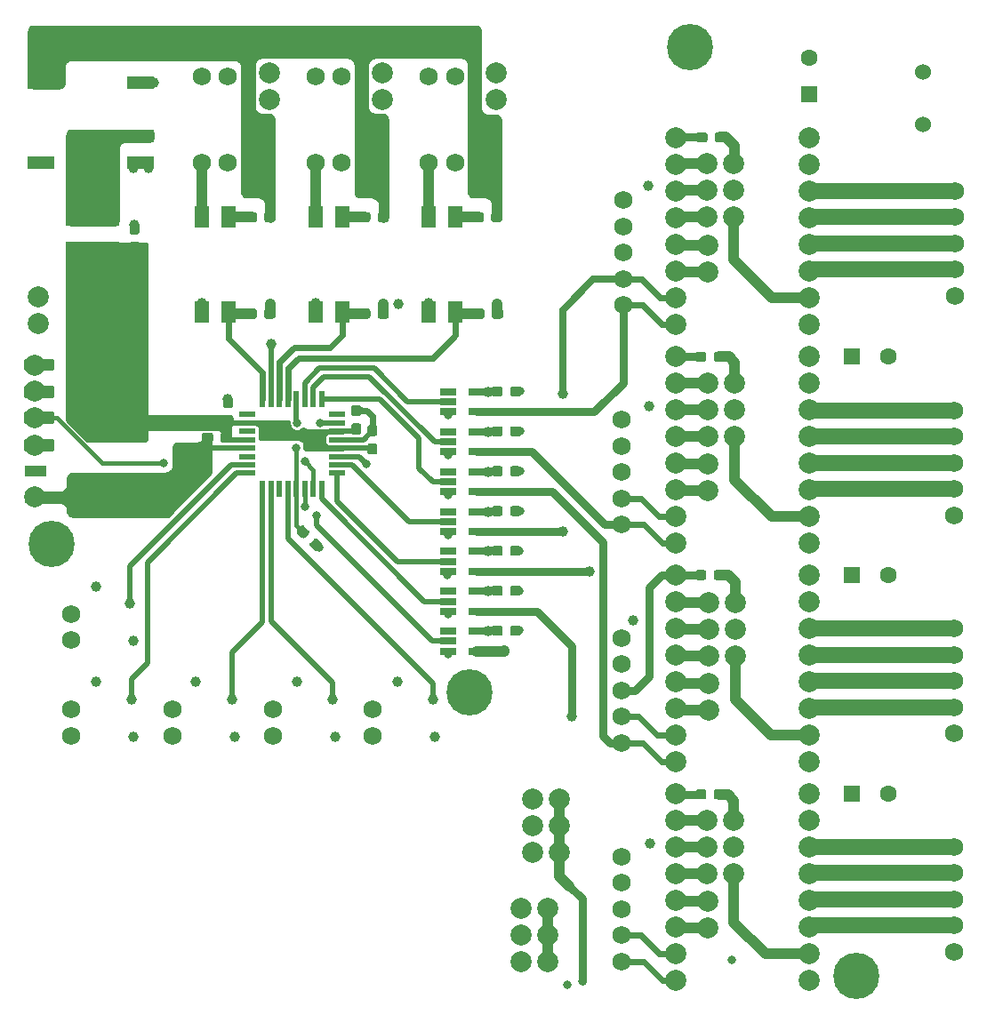
<source format=gtl>
%TF.GenerationSoftware,KiCad,Pcbnew,(5.1.5)-2*%
%TF.CreationDate,2019-12-28T19:20:09-08:00*%
%TF.ProjectId,20191222_Projects_Mainboard_A0,32303139-3132-4323-925f-50726f6a6563,A3*%
%TF.SameCoordinates,PX2191c00PY7534e20*%
%TF.FileFunction,Copper,L1,Top*%
%TF.FilePolarity,Positive*%
%FSLAX46Y46*%
G04 Gerber Fmt 4.6, Leading zero omitted, Abs format (unit mm)*
G04 Created by KiCad (PCBNEW (5.1.5)-2) date 2019-12-28 19:20:09*
%MOMM*%
%LPD*%
G04 APERTURE LIST*
%ADD10R,2.000000X1.000000*%
%ADD11C,1.750000*%
%ADD12C,0.100000*%
%ADD13C,1.600000*%
%ADD14R,1.600000X1.600000*%
%ADD15R,5.080000X2.540000*%
%ADD16C,2.000000*%
%ADD17C,1.524000*%
%ADD18R,1.440000X2.090000*%
%ADD19R,1.560000X0.650000*%
%ADD20R,1.600000X0.550000*%
%ADD21R,0.550000X1.600000*%
%ADD22R,2.540000X1.270000*%
%ADD23C,4.400000*%
%ADD24C,0.800000*%
%ADD25C,1.000000*%
%ADD26C,0.400000*%
%ADD27C,0.550000*%
%ADD28C,0.600000*%
%ADD29C,1.000000*%
%ADD30C,0.500000*%
%ADD31C,0.750000*%
%ADD32C,0.650000*%
%ADD33C,0.800000*%
%ADD34C,1.500000*%
%ADD35C,0.254000*%
G04 APERTURE END LIST*
D10*
X1200000Y38250000D03*
X1200000Y35710000D03*
X1200000Y33170000D03*
X1200000Y30630000D03*
X1200000Y28090000D03*
X1200000Y25550000D03*
D11*
X33300000Y2900000D03*
X33300000Y5400000D03*
X4600000Y2900000D03*
X4600000Y5400000D03*
X14200000Y2900000D03*
X14200000Y5400000D03*
X4600000Y12000000D03*
X4600000Y14500000D03*
X23800000Y2900000D03*
X23800000Y5400000D03*
X41100000Y57500000D03*
X38600000Y57500000D03*
X41100000Y65700000D03*
X38600000Y65700000D03*
X30300000Y57500000D03*
X27800000Y57500000D03*
X30300000Y65700000D03*
X27800000Y65700000D03*
X19500000Y57500000D03*
X17000000Y57500000D03*
X19500000Y65700000D03*
X17000000Y65700000D03*
%TA.AperFunction,SMDPad,CuDef*%
D12*
G36*
X10860779Y49948856D02*
G01*
X10883834Y49945437D01*
X10906443Y49939773D01*
X10928387Y49931921D01*
X10949457Y49921956D01*
X10969448Y49909974D01*
X10988168Y49896090D01*
X11005438Y49880438D01*
X11021090Y49863168D01*
X11034974Y49844448D01*
X11046956Y49824457D01*
X11056921Y49803387D01*
X11064773Y49781443D01*
X11070437Y49758834D01*
X11073856Y49735779D01*
X11075000Y49712500D01*
X11075000Y49137500D01*
X11073856Y49114221D01*
X11070437Y49091166D01*
X11064773Y49068557D01*
X11056921Y49046613D01*
X11046956Y49025543D01*
X11034974Y49005552D01*
X11021090Y48986832D01*
X11005438Y48969562D01*
X10988168Y48953910D01*
X10969448Y48940026D01*
X10949457Y48928044D01*
X10928387Y48918079D01*
X10906443Y48910227D01*
X10883834Y48904563D01*
X10860779Y48901144D01*
X10837500Y48900000D01*
X10362500Y48900000D01*
X10339221Y48901144D01*
X10316166Y48904563D01*
X10293557Y48910227D01*
X10271613Y48918079D01*
X10250543Y48928044D01*
X10230552Y48940026D01*
X10211832Y48953910D01*
X10194562Y48969562D01*
X10178910Y48986832D01*
X10165026Y49005552D01*
X10153044Y49025543D01*
X10143079Y49046613D01*
X10135227Y49068557D01*
X10129563Y49091166D01*
X10126144Y49114221D01*
X10125000Y49137500D01*
X10125000Y49712500D01*
X10126144Y49735779D01*
X10129563Y49758834D01*
X10135227Y49781443D01*
X10143079Y49803387D01*
X10153044Y49824457D01*
X10165026Y49844448D01*
X10178910Y49863168D01*
X10194562Y49880438D01*
X10211832Y49896090D01*
X10230552Y49909974D01*
X10250543Y49921956D01*
X10271613Y49931921D01*
X10293557Y49939773D01*
X10316166Y49945437D01*
X10339221Y49948856D01*
X10362500Y49950000D01*
X10837500Y49950000D01*
X10860779Y49948856D01*
G37*
%TD.AperFunction*%
%TA.AperFunction,SMDPad,CuDef*%
G36*
X10860779Y51698856D02*
G01*
X10883834Y51695437D01*
X10906443Y51689773D01*
X10928387Y51681921D01*
X10949457Y51671956D01*
X10969448Y51659974D01*
X10988168Y51646090D01*
X11005438Y51630438D01*
X11021090Y51613168D01*
X11034974Y51594448D01*
X11046956Y51574457D01*
X11056921Y51553387D01*
X11064773Y51531443D01*
X11070437Y51508834D01*
X11073856Y51485779D01*
X11075000Y51462500D01*
X11075000Y50887500D01*
X11073856Y50864221D01*
X11070437Y50841166D01*
X11064773Y50818557D01*
X11056921Y50796613D01*
X11046956Y50775543D01*
X11034974Y50755552D01*
X11021090Y50736832D01*
X11005438Y50719562D01*
X10988168Y50703910D01*
X10969448Y50690026D01*
X10949457Y50678044D01*
X10928387Y50668079D01*
X10906443Y50660227D01*
X10883834Y50654563D01*
X10860779Y50651144D01*
X10837500Y50650000D01*
X10362500Y50650000D01*
X10339221Y50651144D01*
X10316166Y50654563D01*
X10293557Y50660227D01*
X10271613Y50668079D01*
X10250543Y50678044D01*
X10230552Y50690026D01*
X10211832Y50703910D01*
X10194562Y50719562D01*
X10178910Y50736832D01*
X10165026Y50755552D01*
X10153044Y50775543D01*
X10143079Y50796613D01*
X10135227Y50818557D01*
X10129563Y50841166D01*
X10126144Y50864221D01*
X10125000Y50887500D01*
X10125000Y51462500D01*
X10126144Y51485779D01*
X10129563Y51508834D01*
X10135227Y51531443D01*
X10143079Y51553387D01*
X10153044Y51574457D01*
X10165026Y51594448D01*
X10178910Y51613168D01*
X10194562Y51630438D01*
X10211832Y51646090D01*
X10230552Y51659974D01*
X10250543Y51671956D01*
X10271613Y51681921D01*
X10293557Y51689773D01*
X10316166Y51695437D01*
X10339221Y51698856D01*
X10362500Y51700000D01*
X10837500Y51700000D01*
X10860779Y51698856D01*
G37*
%TD.AperFunction*%
%TA.AperFunction,SMDPad,CuDef*%
G36*
X47185779Y17173856D02*
G01*
X47208834Y17170437D01*
X47231443Y17164773D01*
X47253387Y17156921D01*
X47274457Y17146956D01*
X47294448Y17134974D01*
X47313168Y17121090D01*
X47330438Y17105438D01*
X47346090Y17088168D01*
X47359974Y17069448D01*
X47371956Y17049457D01*
X47381921Y17028387D01*
X47389773Y17006443D01*
X47395437Y16983834D01*
X47398856Y16960779D01*
X47400000Y16937500D01*
X47400000Y16462500D01*
X47398856Y16439221D01*
X47395437Y16416166D01*
X47389773Y16393557D01*
X47381921Y16371613D01*
X47371956Y16350543D01*
X47359974Y16330552D01*
X47346090Y16311832D01*
X47330438Y16294562D01*
X47313168Y16278910D01*
X47294448Y16265026D01*
X47274457Y16253044D01*
X47253387Y16243079D01*
X47231443Y16235227D01*
X47208834Y16229563D01*
X47185779Y16226144D01*
X47162500Y16225000D01*
X46587500Y16225000D01*
X46564221Y16226144D01*
X46541166Y16229563D01*
X46518557Y16235227D01*
X46496613Y16243079D01*
X46475543Y16253044D01*
X46455552Y16265026D01*
X46436832Y16278910D01*
X46419562Y16294562D01*
X46403910Y16311832D01*
X46390026Y16330552D01*
X46378044Y16350543D01*
X46368079Y16371613D01*
X46360227Y16393557D01*
X46354563Y16416166D01*
X46351144Y16439221D01*
X46350000Y16462500D01*
X46350000Y16937500D01*
X46351144Y16960779D01*
X46354563Y16983834D01*
X46360227Y17006443D01*
X46368079Y17028387D01*
X46378044Y17049457D01*
X46390026Y17069448D01*
X46403910Y17088168D01*
X46419562Y17105438D01*
X46436832Y17121090D01*
X46455552Y17134974D01*
X46475543Y17146956D01*
X46496613Y17156921D01*
X46518557Y17164773D01*
X46541166Y17170437D01*
X46564221Y17173856D01*
X46587500Y17175000D01*
X47162500Y17175000D01*
X47185779Y17173856D01*
G37*
%TD.AperFunction*%
%TA.AperFunction,SMDPad,CuDef*%
G36*
X45435779Y17173856D02*
G01*
X45458834Y17170437D01*
X45481443Y17164773D01*
X45503387Y17156921D01*
X45524457Y17146956D01*
X45544448Y17134974D01*
X45563168Y17121090D01*
X45580438Y17105438D01*
X45596090Y17088168D01*
X45609974Y17069448D01*
X45621956Y17049457D01*
X45631921Y17028387D01*
X45639773Y17006443D01*
X45645437Y16983834D01*
X45648856Y16960779D01*
X45650000Y16937500D01*
X45650000Y16462500D01*
X45648856Y16439221D01*
X45645437Y16416166D01*
X45639773Y16393557D01*
X45631921Y16371613D01*
X45621956Y16350543D01*
X45609974Y16330552D01*
X45596090Y16311832D01*
X45580438Y16294562D01*
X45563168Y16278910D01*
X45544448Y16265026D01*
X45524457Y16253044D01*
X45503387Y16243079D01*
X45481443Y16235227D01*
X45458834Y16229563D01*
X45435779Y16226144D01*
X45412500Y16225000D01*
X44837500Y16225000D01*
X44814221Y16226144D01*
X44791166Y16229563D01*
X44768557Y16235227D01*
X44746613Y16243079D01*
X44725543Y16253044D01*
X44705552Y16265026D01*
X44686832Y16278910D01*
X44669562Y16294562D01*
X44653910Y16311832D01*
X44640026Y16330552D01*
X44628044Y16350543D01*
X44618079Y16371613D01*
X44610227Y16393557D01*
X44604563Y16416166D01*
X44601144Y16439221D01*
X44600000Y16462500D01*
X44600000Y16937500D01*
X44601144Y16960779D01*
X44604563Y16983834D01*
X44610227Y17006443D01*
X44618079Y17028387D01*
X44628044Y17049457D01*
X44640026Y17069448D01*
X44653910Y17088168D01*
X44669562Y17105438D01*
X44686832Y17121090D01*
X44705552Y17134974D01*
X44725543Y17146956D01*
X44746613Y17156921D01*
X44768557Y17164773D01*
X44791166Y17170437D01*
X44814221Y17173856D01*
X44837500Y17175000D01*
X45412500Y17175000D01*
X45435779Y17173856D01*
G37*
%TD.AperFunction*%
%TA.AperFunction,SMDPad,CuDef*%
G36*
X47185779Y20973856D02*
G01*
X47208834Y20970437D01*
X47231443Y20964773D01*
X47253387Y20956921D01*
X47274457Y20946956D01*
X47294448Y20934974D01*
X47313168Y20921090D01*
X47330438Y20905438D01*
X47346090Y20888168D01*
X47359974Y20869448D01*
X47371956Y20849457D01*
X47381921Y20828387D01*
X47389773Y20806443D01*
X47395437Y20783834D01*
X47398856Y20760779D01*
X47400000Y20737500D01*
X47400000Y20262500D01*
X47398856Y20239221D01*
X47395437Y20216166D01*
X47389773Y20193557D01*
X47381921Y20171613D01*
X47371956Y20150543D01*
X47359974Y20130552D01*
X47346090Y20111832D01*
X47330438Y20094562D01*
X47313168Y20078910D01*
X47294448Y20065026D01*
X47274457Y20053044D01*
X47253387Y20043079D01*
X47231443Y20035227D01*
X47208834Y20029563D01*
X47185779Y20026144D01*
X47162500Y20025000D01*
X46587500Y20025000D01*
X46564221Y20026144D01*
X46541166Y20029563D01*
X46518557Y20035227D01*
X46496613Y20043079D01*
X46475543Y20053044D01*
X46455552Y20065026D01*
X46436832Y20078910D01*
X46419562Y20094562D01*
X46403910Y20111832D01*
X46390026Y20130552D01*
X46378044Y20150543D01*
X46368079Y20171613D01*
X46360227Y20193557D01*
X46354563Y20216166D01*
X46351144Y20239221D01*
X46350000Y20262500D01*
X46350000Y20737500D01*
X46351144Y20760779D01*
X46354563Y20783834D01*
X46360227Y20806443D01*
X46368079Y20828387D01*
X46378044Y20849457D01*
X46390026Y20869448D01*
X46403910Y20888168D01*
X46419562Y20905438D01*
X46436832Y20921090D01*
X46455552Y20934974D01*
X46475543Y20946956D01*
X46496613Y20956921D01*
X46518557Y20964773D01*
X46541166Y20970437D01*
X46564221Y20973856D01*
X46587500Y20975000D01*
X47162500Y20975000D01*
X47185779Y20973856D01*
G37*
%TD.AperFunction*%
%TA.AperFunction,SMDPad,CuDef*%
G36*
X45435779Y20973856D02*
G01*
X45458834Y20970437D01*
X45481443Y20964773D01*
X45503387Y20956921D01*
X45524457Y20946956D01*
X45544448Y20934974D01*
X45563168Y20921090D01*
X45580438Y20905438D01*
X45596090Y20888168D01*
X45609974Y20869448D01*
X45621956Y20849457D01*
X45631921Y20828387D01*
X45639773Y20806443D01*
X45645437Y20783834D01*
X45648856Y20760779D01*
X45650000Y20737500D01*
X45650000Y20262500D01*
X45648856Y20239221D01*
X45645437Y20216166D01*
X45639773Y20193557D01*
X45631921Y20171613D01*
X45621956Y20150543D01*
X45609974Y20130552D01*
X45596090Y20111832D01*
X45580438Y20094562D01*
X45563168Y20078910D01*
X45544448Y20065026D01*
X45524457Y20053044D01*
X45503387Y20043079D01*
X45481443Y20035227D01*
X45458834Y20029563D01*
X45435779Y20026144D01*
X45412500Y20025000D01*
X44837500Y20025000D01*
X44814221Y20026144D01*
X44791166Y20029563D01*
X44768557Y20035227D01*
X44746613Y20043079D01*
X44725543Y20053044D01*
X44705552Y20065026D01*
X44686832Y20078910D01*
X44669562Y20094562D01*
X44653910Y20111832D01*
X44640026Y20130552D01*
X44628044Y20150543D01*
X44618079Y20171613D01*
X44610227Y20193557D01*
X44604563Y20216166D01*
X44601144Y20239221D01*
X44600000Y20262500D01*
X44600000Y20737500D01*
X44601144Y20760779D01*
X44604563Y20783834D01*
X44610227Y20806443D01*
X44618079Y20828387D01*
X44628044Y20849457D01*
X44640026Y20869448D01*
X44653910Y20888168D01*
X44669562Y20905438D01*
X44686832Y20921090D01*
X44705552Y20934974D01*
X44725543Y20946956D01*
X44746613Y20956921D01*
X44768557Y20964773D01*
X44791166Y20970437D01*
X44814221Y20973856D01*
X44837500Y20975000D01*
X45412500Y20975000D01*
X45435779Y20973856D01*
G37*
%TD.AperFunction*%
%TA.AperFunction,SMDPad,CuDef*%
G36*
X45435779Y24773856D02*
G01*
X45458834Y24770437D01*
X45481443Y24764773D01*
X45503387Y24756921D01*
X45524457Y24746956D01*
X45544448Y24734974D01*
X45563168Y24721090D01*
X45580438Y24705438D01*
X45596090Y24688168D01*
X45609974Y24669448D01*
X45621956Y24649457D01*
X45631921Y24628387D01*
X45639773Y24606443D01*
X45645437Y24583834D01*
X45648856Y24560779D01*
X45650000Y24537500D01*
X45650000Y24062500D01*
X45648856Y24039221D01*
X45645437Y24016166D01*
X45639773Y23993557D01*
X45631921Y23971613D01*
X45621956Y23950543D01*
X45609974Y23930552D01*
X45596090Y23911832D01*
X45580438Y23894562D01*
X45563168Y23878910D01*
X45544448Y23865026D01*
X45524457Y23853044D01*
X45503387Y23843079D01*
X45481443Y23835227D01*
X45458834Y23829563D01*
X45435779Y23826144D01*
X45412500Y23825000D01*
X44837500Y23825000D01*
X44814221Y23826144D01*
X44791166Y23829563D01*
X44768557Y23835227D01*
X44746613Y23843079D01*
X44725543Y23853044D01*
X44705552Y23865026D01*
X44686832Y23878910D01*
X44669562Y23894562D01*
X44653910Y23911832D01*
X44640026Y23930552D01*
X44628044Y23950543D01*
X44618079Y23971613D01*
X44610227Y23993557D01*
X44604563Y24016166D01*
X44601144Y24039221D01*
X44600000Y24062500D01*
X44600000Y24537500D01*
X44601144Y24560779D01*
X44604563Y24583834D01*
X44610227Y24606443D01*
X44618079Y24628387D01*
X44628044Y24649457D01*
X44640026Y24669448D01*
X44653910Y24688168D01*
X44669562Y24705438D01*
X44686832Y24721090D01*
X44705552Y24734974D01*
X44725543Y24746956D01*
X44746613Y24756921D01*
X44768557Y24764773D01*
X44791166Y24770437D01*
X44814221Y24773856D01*
X44837500Y24775000D01*
X45412500Y24775000D01*
X45435779Y24773856D01*
G37*
%TD.AperFunction*%
%TA.AperFunction,SMDPad,CuDef*%
G36*
X47185779Y24773856D02*
G01*
X47208834Y24770437D01*
X47231443Y24764773D01*
X47253387Y24756921D01*
X47274457Y24746956D01*
X47294448Y24734974D01*
X47313168Y24721090D01*
X47330438Y24705438D01*
X47346090Y24688168D01*
X47359974Y24669448D01*
X47371956Y24649457D01*
X47381921Y24628387D01*
X47389773Y24606443D01*
X47395437Y24583834D01*
X47398856Y24560779D01*
X47400000Y24537500D01*
X47400000Y24062500D01*
X47398856Y24039221D01*
X47395437Y24016166D01*
X47389773Y23993557D01*
X47381921Y23971613D01*
X47371956Y23950543D01*
X47359974Y23930552D01*
X47346090Y23911832D01*
X47330438Y23894562D01*
X47313168Y23878910D01*
X47294448Y23865026D01*
X47274457Y23853044D01*
X47253387Y23843079D01*
X47231443Y23835227D01*
X47208834Y23829563D01*
X47185779Y23826144D01*
X47162500Y23825000D01*
X46587500Y23825000D01*
X46564221Y23826144D01*
X46541166Y23829563D01*
X46518557Y23835227D01*
X46496613Y23843079D01*
X46475543Y23853044D01*
X46455552Y23865026D01*
X46436832Y23878910D01*
X46419562Y23894562D01*
X46403910Y23911832D01*
X46390026Y23930552D01*
X46378044Y23950543D01*
X46368079Y23971613D01*
X46360227Y23993557D01*
X46354563Y24016166D01*
X46351144Y24039221D01*
X46350000Y24062500D01*
X46350000Y24537500D01*
X46351144Y24560779D01*
X46354563Y24583834D01*
X46360227Y24606443D01*
X46368079Y24628387D01*
X46378044Y24649457D01*
X46390026Y24669448D01*
X46403910Y24688168D01*
X46419562Y24705438D01*
X46436832Y24721090D01*
X46455552Y24734974D01*
X46475543Y24746956D01*
X46496613Y24756921D01*
X46518557Y24764773D01*
X46541166Y24770437D01*
X46564221Y24773856D01*
X46587500Y24775000D01*
X47162500Y24775000D01*
X47185779Y24773856D01*
G37*
%TD.AperFunction*%
%TA.AperFunction,SMDPad,CuDef*%
G36*
X45435779Y13373856D02*
G01*
X45458834Y13370437D01*
X45481443Y13364773D01*
X45503387Y13356921D01*
X45524457Y13346956D01*
X45544448Y13334974D01*
X45563168Y13321090D01*
X45580438Y13305438D01*
X45596090Y13288168D01*
X45609974Y13269448D01*
X45621956Y13249457D01*
X45631921Y13228387D01*
X45639773Y13206443D01*
X45645437Y13183834D01*
X45648856Y13160779D01*
X45650000Y13137500D01*
X45650000Y12662500D01*
X45648856Y12639221D01*
X45645437Y12616166D01*
X45639773Y12593557D01*
X45631921Y12571613D01*
X45621956Y12550543D01*
X45609974Y12530552D01*
X45596090Y12511832D01*
X45580438Y12494562D01*
X45563168Y12478910D01*
X45544448Y12465026D01*
X45524457Y12453044D01*
X45503387Y12443079D01*
X45481443Y12435227D01*
X45458834Y12429563D01*
X45435779Y12426144D01*
X45412500Y12425000D01*
X44837500Y12425000D01*
X44814221Y12426144D01*
X44791166Y12429563D01*
X44768557Y12435227D01*
X44746613Y12443079D01*
X44725543Y12453044D01*
X44705552Y12465026D01*
X44686832Y12478910D01*
X44669562Y12494562D01*
X44653910Y12511832D01*
X44640026Y12530552D01*
X44628044Y12550543D01*
X44618079Y12571613D01*
X44610227Y12593557D01*
X44604563Y12616166D01*
X44601144Y12639221D01*
X44600000Y12662500D01*
X44600000Y13137500D01*
X44601144Y13160779D01*
X44604563Y13183834D01*
X44610227Y13206443D01*
X44618079Y13228387D01*
X44628044Y13249457D01*
X44640026Y13269448D01*
X44653910Y13288168D01*
X44669562Y13305438D01*
X44686832Y13321090D01*
X44705552Y13334974D01*
X44725543Y13346956D01*
X44746613Y13356921D01*
X44768557Y13364773D01*
X44791166Y13370437D01*
X44814221Y13373856D01*
X44837500Y13375000D01*
X45412500Y13375000D01*
X45435779Y13373856D01*
G37*
%TD.AperFunction*%
%TA.AperFunction,SMDPad,CuDef*%
G36*
X47185779Y13373856D02*
G01*
X47208834Y13370437D01*
X47231443Y13364773D01*
X47253387Y13356921D01*
X47274457Y13346956D01*
X47294448Y13334974D01*
X47313168Y13321090D01*
X47330438Y13305438D01*
X47346090Y13288168D01*
X47359974Y13269448D01*
X47371956Y13249457D01*
X47381921Y13228387D01*
X47389773Y13206443D01*
X47395437Y13183834D01*
X47398856Y13160779D01*
X47400000Y13137500D01*
X47400000Y12662500D01*
X47398856Y12639221D01*
X47395437Y12616166D01*
X47389773Y12593557D01*
X47381921Y12571613D01*
X47371956Y12550543D01*
X47359974Y12530552D01*
X47346090Y12511832D01*
X47330438Y12494562D01*
X47313168Y12478910D01*
X47294448Y12465026D01*
X47274457Y12453044D01*
X47253387Y12443079D01*
X47231443Y12435227D01*
X47208834Y12429563D01*
X47185779Y12426144D01*
X47162500Y12425000D01*
X46587500Y12425000D01*
X46564221Y12426144D01*
X46541166Y12429563D01*
X46518557Y12435227D01*
X46496613Y12443079D01*
X46475543Y12453044D01*
X46455552Y12465026D01*
X46436832Y12478910D01*
X46419562Y12494562D01*
X46403910Y12511832D01*
X46390026Y12530552D01*
X46378044Y12550543D01*
X46368079Y12571613D01*
X46360227Y12593557D01*
X46354563Y12616166D01*
X46351144Y12639221D01*
X46350000Y12662500D01*
X46350000Y13137500D01*
X46351144Y13160779D01*
X46354563Y13183834D01*
X46360227Y13206443D01*
X46368079Y13228387D01*
X46378044Y13249457D01*
X46390026Y13269448D01*
X46403910Y13288168D01*
X46419562Y13305438D01*
X46436832Y13321090D01*
X46455552Y13334974D01*
X46475543Y13346956D01*
X46496613Y13356921D01*
X46518557Y13364773D01*
X46541166Y13370437D01*
X46564221Y13373856D01*
X46587500Y13375000D01*
X47162500Y13375000D01*
X47185779Y13373856D01*
G37*
%TD.AperFunction*%
%TA.AperFunction,SMDPad,CuDef*%
G36*
X47185779Y28573856D02*
G01*
X47208834Y28570437D01*
X47231443Y28564773D01*
X47253387Y28556921D01*
X47274457Y28546956D01*
X47294448Y28534974D01*
X47313168Y28521090D01*
X47330438Y28505438D01*
X47346090Y28488168D01*
X47359974Y28469448D01*
X47371956Y28449457D01*
X47381921Y28428387D01*
X47389773Y28406443D01*
X47395437Y28383834D01*
X47398856Y28360779D01*
X47400000Y28337500D01*
X47400000Y27862500D01*
X47398856Y27839221D01*
X47395437Y27816166D01*
X47389773Y27793557D01*
X47381921Y27771613D01*
X47371956Y27750543D01*
X47359974Y27730552D01*
X47346090Y27711832D01*
X47330438Y27694562D01*
X47313168Y27678910D01*
X47294448Y27665026D01*
X47274457Y27653044D01*
X47253387Y27643079D01*
X47231443Y27635227D01*
X47208834Y27629563D01*
X47185779Y27626144D01*
X47162500Y27625000D01*
X46587500Y27625000D01*
X46564221Y27626144D01*
X46541166Y27629563D01*
X46518557Y27635227D01*
X46496613Y27643079D01*
X46475543Y27653044D01*
X46455552Y27665026D01*
X46436832Y27678910D01*
X46419562Y27694562D01*
X46403910Y27711832D01*
X46390026Y27730552D01*
X46378044Y27750543D01*
X46368079Y27771613D01*
X46360227Y27793557D01*
X46354563Y27816166D01*
X46351144Y27839221D01*
X46350000Y27862500D01*
X46350000Y28337500D01*
X46351144Y28360779D01*
X46354563Y28383834D01*
X46360227Y28406443D01*
X46368079Y28428387D01*
X46378044Y28449457D01*
X46390026Y28469448D01*
X46403910Y28488168D01*
X46419562Y28505438D01*
X46436832Y28521090D01*
X46455552Y28534974D01*
X46475543Y28546956D01*
X46496613Y28556921D01*
X46518557Y28564773D01*
X46541166Y28570437D01*
X46564221Y28573856D01*
X46587500Y28575000D01*
X47162500Y28575000D01*
X47185779Y28573856D01*
G37*
%TD.AperFunction*%
%TA.AperFunction,SMDPad,CuDef*%
G36*
X45435779Y28573856D02*
G01*
X45458834Y28570437D01*
X45481443Y28564773D01*
X45503387Y28556921D01*
X45524457Y28546956D01*
X45544448Y28534974D01*
X45563168Y28521090D01*
X45580438Y28505438D01*
X45596090Y28488168D01*
X45609974Y28469448D01*
X45621956Y28449457D01*
X45631921Y28428387D01*
X45639773Y28406443D01*
X45645437Y28383834D01*
X45648856Y28360779D01*
X45650000Y28337500D01*
X45650000Y27862500D01*
X45648856Y27839221D01*
X45645437Y27816166D01*
X45639773Y27793557D01*
X45631921Y27771613D01*
X45621956Y27750543D01*
X45609974Y27730552D01*
X45596090Y27711832D01*
X45580438Y27694562D01*
X45563168Y27678910D01*
X45544448Y27665026D01*
X45524457Y27653044D01*
X45503387Y27643079D01*
X45481443Y27635227D01*
X45458834Y27629563D01*
X45435779Y27626144D01*
X45412500Y27625000D01*
X44837500Y27625000D01*
X44814221Y27626144D01*
X44791166Y27629563D01*
X44768557Y27635227D01*
X44746613Y27643079D01*
X44725543Y27653044D01*
X44705552Y27665026D01*
X44686832Y27678910D01*
X44669562Y27694562D01*
X44653910Y27711832D01*
X44640026Y27730552D01*
X44628044Y27750543D01*
X44618079Y27771613D01*
X44610227Y27793557D01*
X44604563Y27816166D01*
X44601144Y27839221D01*
X44600000Y27862500D01*
X44600000Y28337500D01*
X44601144Y28360779D01*
X44604563Y28383834D01*
X44610227Y28406443D01*
X44618079Y28428387D01*
X44628044Y28449457D01*
X44640026Y28469448D01*
X44653910Y28488168D01*
X44669562Y28505438D01*
X44686832Y28521090D01*
X44705552Y28534974D01*
X44725543Y28546956D01*
X44746613Y28556921D01*
X44768557Y28564773D01*
X44791166Y28570437D01*
X44814221Y28573856D01*
X44837500Y28575000D01*
X45412500Y28575000D01*
X45435779Y28573856D01*
G37*
%TD.AperFunction*%
%TA.AperFunction,SMDPad,CuDef*%
G36*
X45435779Y32373856D02*
G01*
X45458834Y32370437D01*
X45481443Y32364773D01*
X45503387Y32356921D01*
X45524457Y32346956D01*
X45544448Y32334974D01*
X45563168Y32321090D01*
X45580438Y32305438D01*
X45596090Y32288168D01*
X45609974Y32269448D01*
X45621956Y32249457D01*
X45631921Y32228387D01*
X45639773Y32206443D01*
X45645437Y32183834D01*
X45648856Y32160779D01*
X45650000Y32137500D01*
X45650000Y31662500D01*
X45648856Y31639221D01*
X45645437Y31616166D01*
X45639773Y31593557D01*
X45631921Y31571613D01*
X45621956Y31550543D01*
X45609974Y31530552D01*
X45596090Y31511832D01*
X45580438Y31494562D01*
X45563168Y31478910D01*
X45544448Y31465026D01*
X45524457Y31453044D01*
X45503387Y31443079D01*
X45481443Y31435227D01*
X45458834Y31429563D01*
X45435779Y31426144D01*
X45412500Y31425000D01*
X44837500Y31425000D01*
X44814221Y31426144D01*
X44791166Y31429563D01*
X44768557Y31435227D01*
X44746613Y31443079D01*
X44725543Y31453044D01*
X44705552Y31465026D01*
X44686832Y31478910D01*
X44669562Y31494562D01*
X44653910Y31511832D01*
X44640026Y31530552D01*
X44628044Y31550543D01*
X44618079Y31571613D01*
X44610227Y31593557D01*
X44604563Y31616166D01*
X44601144Y31639221D01*
X44600000Y31662500D01*
X44600000Y32137500D01*
X44601144Y32160779D01*
X44604563Y32183834D01*
X44610227Y32206443D01*
X44618079Y32228387D01*
X44628044Y32249457D01*
X44640026Y32269448D01*
X44653910Y32288168D01*
X44669562Y32305438D01*
X44686832Y32321090D01*
X44705552Y32334974D01*
X44725543Y32346956D01*
X44746613Y32356921D01*
X44768557Y32364773D01*
X44791166Y32370437D01*
X44814221Y32373856D01*
X44837500Y32375000D01*
X45412500Y32375000D01*
X45435779Y32373856D01*
G37*
%TD.AperFunction*%
%TA.AperFunction,SMDPad,CuDef*%
G36*
X47185779Y32373856D02*
G01*
X47208834Y32370437D01*
X47231443Y32364773D01*
X47253387Y32356921D01*
X47274457Y32346956D01*
X47294448Y32334974D01*
X47313168Y32321090D01*
X47330438Y32305438D01*
X47346090Y32288168D01*
X47359974Y32269448D01*
X47371956Y32249457D01*
X47381921Y32228387D01*
X47389773Y32206443D01*
X47395437Y32183834D01*
X47398856Y32160779D01*
X47400000Y32137500D01*
X47400000Y31662500D01*
X47398856Y31639221D01*
X47395437Y31616166D01*
X47389773Y31593557D01*
X47381921Y31571613D01*
X47371956Y31550543D01*
X47359974Y31530552D01*
X47346090Y31511832D01*
X47330438Y31494562D01*
X47313168Y31478910D01*
X47294448Y31465026D01*
X47274457Y31453044D01*
X47253387Y31443079D01*
X47231443Y31435227D01*
X47208834Y31429563D01*
X47185779Y31426144D01*
X47162500Y31425000D01*
X46587500Y31425000D01*
X46564221Y31426144D01*
X46541166Y31429563D01*
X46518557Y31435227D01*
X46496613Y31443079D01*
X46475543Y31453044D01*
X46455552Y31465026D01*
X46436832Y31478910D01*
X46419562Y31494562D01*
X46403910Y31511832D01*
X46390026Y31530552D01*
X46378044Y31550543D01*
X46368079Y31571613D01*
X46360227Y31593557D01*
X46354563Y31616166D01*
X46351144Y31639221D01*
X46350000Y31662500D01*
X46350000Y32137500D01*
X46351144Y32160779D01*
X46354563Y32183834D01*
X46360227Y32206443D01*
X46368079Y32228387D01*
X46378044Y32249457D01*
X46390026Y32269448D01*
X46403910Y32288168D01*
X46419562Y32305438D01*
X46436832Y32321090D01*
X46455552Y32334974D01*
X46475543Y32346956D01*
X46496613Y32356921D01*
X46518557Y32364773D01*
X46541166Y32370437D01*
X46564221Y32373856D01*
X46587500Y32375000D01*
X47162500Y32375000D01*
X47185779Y32373856D01*
G37*
%TD.AperFunction*%
%TA.AperFunction,SMDPad,CuDef*%
G36*
X47185779Y36173856D02*
G01*
X47208834Y36170437D01*
X47231443Y36164773D01*
X47253387Y36156921D01*
X47274457Y36146956D01*
X47294448Y36134974D01*
X47313168Y36121090D01*
X47330438Y36105438D01*
X47346090Y36088168D01*
X47359974Y36069448D01*
X47371956Y36049457D01*
X47381921Y36028387D01*
X47389773Y36006443D01*
X47395437Y35983834D01*
X47398856Y35960779D01*
X47400000Y35937500D01*
X47400000Y35462500D01*
X47398856Y35439221D01*
X47395437Y35416166D01*
X47389773Y35393557D01*
X47381921Y35371613D01*
X47371956Y35350543D01*
X47359974Y35330552D01*
X47346090Y35311832D01*
X47330438Y35294562D01*
X47313168Y35278910D01*
X47294448Y35265026D01*
X47274457Y35253044D01*
X47253387Y35243079D01*
X47231443Y35235227D01*
X47208834Y35229563D01*
X47185779Y35226144D01*
X47162500Y35225000D01*
X46587500Y35225000D01*
X46564221Y35226144D01*
X46541166Y35229563D01*
X46518557Y35235227D01*
X46496613Y35243079D01*
X46475543Y35253044D01*
X46455552Y35265026D01*
X46436832Y35278910D01*
X46419562Y35294562D01*
X46403910Y35311832D01*
X46390026Y35330552D01*
X46378044Y35350543D01*
X46368079Y35371613D01*
X46360227Y35393557D01*
X46354563Y35416166D01*
X46351144Y35439221D01*
X46350000Y35462500D01*
X46350000Y35937500D01*
X46351144Y35960779D01*
X46354563Y35983834D01*
X46360227Y36006443D01*
X46368079Y36028387D01*
X46378044Y36049457D01*
X46390026Y36069448D01*
X46403910Y36088168D01*
X46419562Y36105438D01*
X46436832Y36121090D01*
X46455552Y36134974D01*
X46475543Y36146956D01*
X46496613Y36156921D01*
X46518557Y36164773D01*
X46541166Y36170437D01*
X46564221Y36173856D01*
X46587500Y36175000D01*
X47162500Y36175000D01*
X47185779Y36173856D01*
G37*
%TD.AperFunction*%
%TA.AperFunction,SMDPad,CuDef*%
G36*
X45435779Y36173856D02*
G01*
X45458834Y36170437D01*
X45481443Y36164773D01*
X45503387Y36156921D01*
X45524457Y36146956D01*
X45544448Y36134974D01*
X45563168Y36121090D01*
X45580438Y36105438D01*
X45596090Y36088168D01*
X45609974Y36069448D01*
X45621956Y36049457D01*
X45631921Y36028387D01*
X45639773Y36006443D01*
X45645437Y35983834D01*
X45648856Y35960779D01*
X45650000Y35937500D01*
X45650000Y35462500D01*
X45648856Y35439221D01*
X45645437Y35416166D01*
X45639773Y35393557D01*
X45631921Y35371613D01*
X45621956Y35350543D01*
X45609974Y35330552D01*
X45596090Y35311832D01*
X45580438Y35294562D01*
X45563168Y35278910D01*
X45544448Y35265026D01*
X45524457Y35253044D01*
X45503387Y35243079D01*
X45481443Y35235227D01*
X45458834Y35229563D01*
X45435779Y35226144D01*
X45412500Y35225000D01*
X44837500Y35225000D01*
X44814221Y35226144D01*
X44791166Y35229563D01*
X44768557Y35235227D01*
X44746613Y35243079D01*
X44725543Y35253044D01*
X44705552Y35265026D01*
X44686832Y35278910D01*
X44669562Y35294562D01*
X44653910Y35311832D01*
X44640026Y35330552D01*
X44628044Y35350543D01*
X44618079Y35371613D01*
X44610227Y35393557D01*
X44604563Y35416166D01*
X44601144Y35439221D01*
X44600000Y35462500D01*
X44600000Y35937500D01*
X44601144Y35960779D01*
X44604563Y35983834D01*
X44610227Y36006443D01*
X44618079Y36028387D01*
X44628044Y36049457D01*
X44640026Y36069448D01*
X44653910Y36088168D01*
X44669562Y36105438D01*
X44686832Y36121090D01*
X44705552Y36134974D01*
X44725543Y36146956D01*
X44746613Y36156921D01*
X44768557Y36164773D01*
X44791166Y36170437D01*
X44814221Y36173856D01*
X44837500Y36175000D01*
X45412500Y36175000D01*
X45435779Y36173856D01*
G37*
%TD.AperFunction*%
D13*
X74850000Y67500000D03*
D14*
X74850000Y64000000D03*
X78900000Y39000000D03*
D13*
X82400000Y39000000D03*
D14*
X78900000Y18200000D03*
D13*
X82400000Y18200000D03*
X82400000Y-2600000D03*
D14*
X78900000Y-2600000D03*
D15*
X6600000Y48675000D03*
X6600000Y52725000D03*
D16*
X45000000Y63500000D03*
X45000000Y66040000D03*
X34200000Y66040000D03*
X34200000Y63500000D03*
X23400000Y63500000D03*
X23400000Y66040000D03*
D11*
X57000000Y-8600000D03*
X57000000Y-11100000D03*
X57000000Y-13600000D03*
X57000000Y-16100000D03*
X57000000Y-18600000D03*
X57000000Y12200000D03*
X57000000Y9700000D03*
X57000000Y7200000D03*
X57000000Y4700000D03*
X57000000Y2200000D03*
X57000000Y33000000D03*
X57000000Y30500000D03*
X57000000Y28000000D03*
X57000000Y25500000D03*
X57000000Y23000000D03*
X57100000Y43900000D03*
X57100000Y46400000D03*
X57100000Y48900000D03*
X57100000Y51400000D03*
X57100000Y53900000D03*
D16*
X48530000Y-3110000D03*
X51070000Y-3110000D03*
X48530000Y-5650000D03*
X51070000Y-5650000D03*
X48530000Y-8190000D03*
X51070000Y-8190000D03*
X49970000Y-18600000D03*
X47430000Y-18600000D03*
X49970000Y-16060000D03*
X47430000Y-16060000D03*
X49970000Y-13520000D03*
X47430000Y-13520000D03*
X67770000Y10520000D03*
X65230000Y10520000D03*
X67770000Y13060000D03*
X65230000Y13060000D03*
X67770000Y15600000D03*
X65230000Y15600000D03*
X65200000Y36500000D03*
X67740000Y36500000D03*
X65200000Y33960000D03*
X67740000Y33960000D03*
X65200000Y31420000D03*
X67740000Y31420000D03*
X67670000Y52320000D03*
X65130000Y52320000D03*
X67670000Y54860000D03*
X65130000Y54860000D03*
X67670000Y57400000D03*
X65130000Y57400000D03*
X65130000Y-5160000D03*
X67670000Y-5160000D03*
X65130000Y-7700000D03*
X67670000Y-7700000D03*
X65130000Y-10240000D03*
X67670000Y-10240000D03*
D11*
X88600000Y3100000D03*
X88600000Y5600000D03*
X88600000Y8100000D03*
X88600000Y10600000D03*
X88600000Y13100000D03*
X88600000Y33900000D03*
X88600000Y31400000D03*
X88600000Y28900000D03*
X88600000Y26400000D03*
X88600000Y23900000D03*
X88700000Y54800000D03*
X88700000Y52300000D03*
X88700000Y49800000D03*
X88700000Y47300000D03*
X88700000Y44800000D03*
X88600000Y-7700000D03*
X88600000Y-10200000D03*
X88600000Y-12700000D03*
X88600000Y-15200000D03*
X88600000Y-17700000D03*
D17*
X85700000Y61100000D03*
X85700000Y66100000D03*
D18*
X41140000Y52300000D03*
X38600000Y52300000D03*
X38600000Y43220000D03*
X41140000Y43220000D03*
X30340000Y52300000D03*
X27800000Y52300000D03*
X27800000Y43220000D03*
X30340000Y43220000D03*
X19540000Y43220000D03*
X17000000Y43220000D03*
X17000000Y52300000D03*
X19540000Y52300000D03*
D19*
X40450000Y16650000D03*
X40450000Y15700000D03*
X40450000Y14750000D03*
X43150000Y14750000D03*
X43150000Y16650000D03*
X40450000Y20450000D03*
X40450000Y19500000D03*
X40450000Y18550000D03*
X43150000Y18550000D03*
X43150000Y20450000D03*
X43150000Y24250000D03*
X43150000Y22350000D03*
X40450000Y22350000D03*
X40450000Y23300000D03*
X40450000Y24250000D03*
X40450000Y12850000D03*
X40450000Y11900000D03*
X40450000Y10950000D03*
X43150000Y10950000D03*
X43150000Y12850000D03*
X43150000Y28050000D03*
X43150000Y26150000D03*
X40450000Y26150000D03*
X40450000Y27100000D03*
X40450000Y28050000D03*
X40450000Y31850000D03*
X40450000Y30900000D03*
X40450000Y29950000D03*
X43150000Y29950000D03*
X43150000Y31850000D03*
X43150000Y35650000D03*
X43150000Y33750000D03*
X40450000Y33750000D03*
X40450000Y34700000D03*
X40450000Y35650000D03*
%TA.AperFunction,SMDPad,CuDef*%
D12*
G36*
X26619206Y22926305D02*
G01*
X26642261Y22922886D01*
X26664870Y22917222D01*
X26686814Y22909370D01*
X26707884Y22899405D01*
X26727875Y22887423D01*
X26746595Y22873539D01*
X26763865Y22857887D01*
X27170451Y22451301D01*
X27186103Y22434031D01*
X27199987Y22415311D01*
X27211969Y22395320D01*
X27221934Y22374250D01*
X27229786Y22352306D01*
X27235450Y22329697D01*
X27238869Y22306642D01*
X27240013Y22283363D01*
X27238869Y22260084D01*
X27235450Y22237029D01*
X27229786Y22214420D01*
X27221934Y22192476D01*
X27211969Y22171406D01*
X27199987Y22151415D01*
X27186103Y22132695D01*
X27170451Y22115425D01*
X26834575Y21779549D01*
X26817305Y21763897D01*
X26798585Y21750013D01*
X26778594Y21738031D01*
X26757524Y21728066D01*
X26735580Y21720214D01*
X26712971Y21714550D01*
X26689916Y21711131D01*
X26666637Y21709987D01*
X26643358Y21711131D01*
X26620303Y21714550D01*
X26597694Y21720214D01*
X26575750Y21728066D01*
X26554680Y21738031D01*
X26534689Y21750013D01*
X26515969Y21763897D01*
X26498699Y21779549D01*
X26092113Y22186135D01*
X26076461Y22203405D01*
X26062577Y22222125D01*
X26050595Y22242116D01*
X26040630Y22263186D01*
X26032778Y22285130D01*
X26027114Y22307739D01*
X26023695Y22330794D01*
X26022551Y22354073D01*
X26023695Y22377352D01*
X26027114Y22400407D01*
X26032778Y22423016D01*
X26040630Y22444960D01*
X26050595Y22466030D01*
X26062577Y22486021D01*
X26076461Y22504741D01*
X26092113Y22522011D01*
X26427989Y22857887D01*
X26445259Y22873539D01*
X26463979Y22887423D01*
X26483970Y22899405D01*
X26505040Y22909370D01*
X26526984Y22917222D01*
X26549593Y22922886D01*
X26572648Y22926305D01*
X26595927Y22927449D01*
X26619206Y22926305D01*
G37*
%TD.AperFunction*%
%TA.AperFunction,SMDPad,CuDef*%
G36*
X27856642Y21688869D02*
G01*
X27879697Y21685450D01*
X27902306Y21679786D01*
X27924250Y21671934D01*
X27945320Y21661969D01*
X27965311Y21649987D01*
X27984031Y21636103D01*
X28001301Y21620451D01*
X28407887Y21213865D01*
X28423539Y21196595D01*
X28437423Y21177875D01*
X28449405Y21157884D01*
X28459370Y21136814D01*
X28467222Y21114870D01*
X28472886Y21092261D01*
X28476305Y21069206D01*
X28477449Y21045927D01*
X28476305Y21022648D01*
X28472886Y20999593D01*
X28467222Y20976984D01*
X28459370Y20955040D01*
X28449405Y20933970D01*
X28437423Y20913979D01*
X28423539Y20895259D01*
X28407887Y20877989D01*
X28072011Y20542113D01*
X28054741Y20526461D01*
X28036021Y20512577D01*
X28016030Y20500595D01*
X27994960Y20490630D01*
X27973016Y20482778D01*
X27950407Y20477114D01*
X27927352Y20473695D01*
X27904073Y20472551D01*
X27880794Y20473695D01*
X27857739Y20477114D01*
X27835130Y20482778D01*
X27813186Y20490630D01*
X27792116Y20500595D01*
X27772125Y20512577D01*
X27753405Y20526461D01*
X27736135Y20542113D01*
X27329549Y20948699D01*
X27313897Y20965969D01*
X27300013Y20984689D01*
X27288031Y21004680D01*
X27278066Y21025750D01*
X27270214Y21047694D01*
X27264550Y21070303D01*
X27261131Y21093358D01*
X27259987Y21116637D01*
X27261131Y21139916D01*
X27264550Y21162971D01*
X27270214Y21185580D01*
X27278066Y21207524D01*
X27288031Y21228594D01*
X27300013Y21248585D01*
X27313897Y21267305D01*
X27329549Y21284575D01*
X27665425Y21620451D01*
X27682695Y21636103D01*
X27701415Y21649987D01*
X27721406Y21661969D01*
X27742476Y21671934D01*
X27764420Y21679786D01*
X27787029Y21685450D01*
X27810084Y21688869D01*
X27833363Y21690013D01*
X27856642Y21688869D01*
G37*
%TD.AperFunction*%
%TA.AperFunction,SMDPad,CuDef*%
G36*
X43710779Y43573856D02*
G01*
X43733834Y43570437D01*
X43756443Y43564773D01*
X43778387Y43556921D01*
X43799457Y43546956D01*
X43819448Y43534974D01*
X43838168Y43521090D01*
X43855438Y43505438D01*
X43871090Y43488168D01*
X43884974Y43469448D01*
X43896956Y43449457D01*
X43906921Y43428387D01*
X43914773Y43406443D01*
X43920437Y43383834D01*
X43923856Y43360779D01*
X43925000Y43337500D01*
X43925000Y42862500D01*
X43923856Y42839221D01*
X43920437Y42816166D01*
X43914773Y42793557D01*
X43906921Y42771613D01*
X43896956Y42750543D01*
X43884974Y42730552D01*
X43871090Y42711832D01*
X43855438Y42694562D01*
X43838168Y42678910D01*
X43819448Y42665026D01*
X43799457Y42653044D01*
X43778387Y42643079D01*
X43756443Y42635227D01*
X43733834Y42629563D01*
X43710779Y42626144D01*
X43687500Y42625000D01*
X43112500Y42625000D01*
X43089221Y42626144D01*
X43066166Y42629563D01*
X43043557Y42635227D01*
X43021613Y42643079D01*
X43000543Y42653044D01*
X42980552Y42665026D01*
X42961832Y42678910D01*
X42944562Y42694562D01*
X42928910Y42711832D01*
X42915026Y42730552D01*
X42903044Y42750543D01*
X42893079Y42771613D01*
X42885227Y42793557D01*
X42879563Y42816166D01*
X42876144Y42839221D01*
X42875000Y42862500D01*
X42875000Y43337500D01*
X42876144Y43360779D01*
X42879563Y43383834D01*
X42885227Y43406443D01*
X42893079Y43428387D01*
X42903044Y43449457D01*
X42915026Y43469448D01*
X42928910Y43488168D01*
X42944562Y43505438D01*
X42961832Y43521090D01*
X42980552Y43534974D01*
X43000543Y43546956D01*
X43021613Y43556921D01*
X43043557Y43564773D01*
X43066166Y43570437D01*
X43089221Y43573856D01*
X43112500Y43575000D01*
X43687500Y43575000D01*
X43710779Y43573856D01*
G37*
%TD.AperFunction*%
%TA.AperFunction,SMDPad,CuDef*%
G36*
X45460779Y43573856D02*
G01*
X45483834Y43570437D01*
X45506443Y43564773D01*
X45528387Y43556921D01*
X45549457Y43546956D01*
X45569448Y43534974D01*
X45588168Y43521090D01*
X45605438Y43505438D01*
X45621090Y43488168D01*
X45634974Y43469448D01*
X45646956Y43449457D01*
X45656921Y43428387D01*
X45664773Y43406443D01*
X45670437Y43383834D01*
X45673856Y43360779D01*
X45675000Y43337500D01*
X45675000Y42862500D01*
X45673856Y42839221D01*
X45670437Y42816166D01*
X45664773Y42793557D01*
X45656921Y42771613D01*
X45646956Y42750543D01*
X45634974Y42730552D01*
X45621090Y42711832D01*
X45605438Y42694562D01*
X45588168Y42678910D01*
X45569448Y42665026D01*
X45549457Y42653044D01*
X45528387Y42643079D01*
X45506443Y42635227D01*
X45483834Y42629563D01*
X45460779Y42626144D01*
X45437500Y42625000D01*
X44862500Y42625000D01*
X44839221Y42626144D01*
X44816166Y42629563D01*
X44793557Y42635227D01*
X44771613Y42643079D01*
X44750543Y42653044D01*
X44730552Y42665026D01*
X44711832Y42678910D01*
X44694562Y42694562D01*
X44678910Y42711832D01*
X44665026Y42730552D01*
X44653044Y42750543D01*
X44643079Y42771613D01*
X44635227Y42793557D01*
X44629563Y42816166D01*
X44626144Y42839221D01*
X44625000Y42862500D01*
X44625000Y43337500D01*
X44626144Y43360779D01*
X44629563Y43383834D01*
X44635227Y43406443D01*
X44643079Y43428387D01*
X44653044Y43449457D01*
X44665026Y43469448D01*
X44678910Y43488168D01*
X44694562Y43505438D01*
X44711832Y43521090D01*
X44730552Y43534974D01*
X44750543Y43546956D01*
X44771613Y43556921D01*
X44793557Y43564773D01*
X44816166Y43570437D01*
X44839221Y43573856D01*
X44862500Y43575000D01*
X45437500Y43575000D01*
X45460779Y43573856D01*
G37*
%TD.AperFunction*%
%TA.AperFunction,SMDPad,CuDef*%
G36*
X32835779Y43573856D02*
G01*
X32858834Y43570437D01*
X32881443Y43564773D01*
X32903387Y43556921D01*
X32924457Y43546956D01*
X32944448Y43534974D01*
X32963168Y43521090D01*
X32980438Y43505438D01*
X32996090Y43488168D01*
X33009974Y43469448D01*
X33021956Y43449457D01*
X33031921Y43428387D01*
X33039773Y43406443D01*
X33045437Y43383834D01*
X33048856Y43360779D01*
X33050000Y43337500D01*
X33050000Y42862500D01*
X33048856Y42839221D01*
X33045437Y42816166D01*
X33039773Y42793557D01*
X33031921Y42771613D01*
X33021956Y42750543D01*
X33009974Y42730552D01*
X32996090Y42711832D01*
X32980438Y42694562D01*
X32963168Y42678910D01*
X32944448Y42665026D01*
X32924457Y42653044D01*
X32903387Y42643079D01*
X32881443Y42635227D01*
X32858834Y42629563D01*
X32835779Y42626144D01*
X32812500Y42625000D01*
X32237500Y42625000D01*
X32214221Y42626144D01*
X32191166Y42629563D01*
X32168557Y42635227D01*
X32146613Y42643079D01*
X32125543Y42653044D01*
X32105552Y42665026D01*
X32086832Y42678910D01*
X32069562Y42694562D01*
X32053910Y42711832D01*
X32040026Y42730552D01*
X32028044Y42750543D01*
X32018079Y42771613D01*
X32010227Y42793557D01*
X32004563Y42816166D01*
X32001144Y42839221D01*
X32000000Y42862500D01*
X32000000Y43337500D01*
X32001144Y43360779D01*
X32004563Y43383834D01*
X32010227Y43406443D01*
X32018079Y43428387D01*
X32028044Y43449457D01*
X32040026Y43469448D01*
X32053910Y43488168D01*
X32069562Y43505438D01*
X32086832Y43521090D01*
X32105552Y43534974D01*
X32125543Y43546956D01*
X32146613Y43556921D01*
X32168557Y43564773D01*
X32191166Y43570437D01*
X32214221Y43573856D01*
X32237500Y43575000D01*
X32812500Y43575000D01*
X32835779Y43573856D01*
G37*
%TD.AperFunction*%
%TA.AperFunction,SMDPad,CuDef*%
G36*
X34585779Y43573856D02*
G01*
X34608834Y43570437D01*
X34631443Y43564773D01*
X34653387Y43556921D01*
X34674457Y43546956D01*
X34694448Y43534974D01*
X34713168Y43521090D01*
X34730438Y43505438D01*
X34746090Y43488168D01*
X34759974Y43469448D01*
X34771956Y43449457D01*
X34781921Y43428387D01*
X34789773Y43406443D01*
X34795437Y43383834D01*
X34798856Y43360779D01*
X34800000Y43337500D01*
X34800000Y42862500D01*
X34798856Y42839221D01*
X34795437Y42816166D01*
X34789773Y42793557D01*
X34781921Y42771613D01*
X34771956Y42750543D01*
X34759974Y42730552D01*
X34746090Y42711832D01*
X34730438Y42694562D01*
X34713168Y42678910D01*
X34694448Y42665026D01*
X34674457Y42653044D01*
X34653387Y42643079D01*
X34631443Y42635227D01*
X34608834Y42629563D01*
X34585779Y42626144D01*
X34562500Y42625000D01*
X33987500Y42625000D01*
X33964221Y42626144D01*
X33941166Y42629563D01*
X33918557Y42635227D01*
X33896613Y42643079D01*
X33875543Y42653044D01*
X33855552Y42665026D01*
X33836832Y42678910D01*
X33819562Y42694562D01*
X33803910Y42711832D01*
X33790026Y42730552D01*
X33778044Y42750543D01*
X33768079Y42771613D01*
X33760227Y42793557D01*
X33754563Y42816166D01*
X33751144Y42839221D01*
X33750000Y42862500D01*
X33750000Y43337500D01*
X33751144Y43360779D01*
X33754563Y43383834D01*
X33760227Y43406443D01*
X33768079Y43428387D01*
X33778044Y43449457D01*
X33790026Y43469448D01*
X33803910Y43488168D01*
X33819562Y43505438D01*
X33836832Y43521090D01*
X33855552Y43534974D01*
X33875543Y43546956D01*
X33896613Y43556921D01*
X33918557Y43564773D01*
X33941166Y43570437D01*
X33964221Y43573856D01*
X33987500Y43575000D01*
X34562500Y43575000D01*
X34585779Y43573856D01*
G37*
%TD.AperFunction*%
%TA.AperFunction,SMDPad,CuDef*%
G36*
X23785779Y43573856D02*
G01*
X23808834Y43570437D01*
X23831443Y43564773D01*
X23853387Y43556921D01*
X23874457Y43546956D01*
X23894448Y43534974D01*
X23913168Y43521090D01*
X23930438Y43505438D01*
X23946090Y43488168D01*
X23959974Y43469448D01*
X23971956Y43449457D01*
X23981921Y43428387D01*
X23989773Y43406443D01*
X23995437Y43383834D01*
X23998856Y43360779D01*
X24000000Y43337500D01*
X24000000Y42862500D01*
X23998856Y42839221D01*
X23995437Y42816166D01*
X23989773Y42793557D01*
X23981921Y42771613D01*
X23971956Y42750543D01*
X23959974Y42730552D01*
X23946090Y42711832D01*
X23930438Y42694562D01*
X23913168Y42678910D01*
X23894448Y42665026D01*
X23874457Y42653044D01*
X23853387Y42643079D01*
X23831443Y42635227D01*
X23808834Y42629563D01*
X23785779Y42626144D01*
X23762500Y42625000D01*
X23187500Y42625000D01*
X23164221Y42626144D01*
X23141166Y42629563D01*
X23118557Y42635227D01*
X23096613Y42643079D01*
X23075543Y42653044D01*
X23055552Y42665026D01*
X23036832Y42678910D01*
X23019562Y42694562D01*
X23003910Y42711832D01*
X22990026Y42730552D01*
X22978044Y42750543D01*
X22968079Y42771613D01*
X22960227Y42793557D01*
X22954563Y42816166D01*
X22951144Y42839221D01*
X22950000Y42862500D01*
X22950000Y43337500D01*
X22951144Y43360779D01*
X22954563Y43383834D01*
X22960227Y43406443D01*
X22968079Y43428387D01*
X22978044Y43449457D01*
X22990026Y43469448D01*
X23003910Y43488168D01*
X23019562Y43505438D01*
X23036832Y43521090D01*
X23055552Y43534974D01*
X23075543Y43546956D01*
X23096613Y43556921D01*
X23118557Y43564773D01*
X23141166Y43570437D01*
X23164221Y43573856D01*
X23187500Y43575000D01*
X23762500Y43575000D01*
X23785779Y43573856D01*
G37*
%TD.AperFunction*%
%TA.AperFunction,SMDPad,CuDef*%
G36*
X22035779Y43573856D02*
G01*
X22058834Y43570437D01*
X22081443Y43564773D01*
X22103387Y43556921D01*
X22124457Y43546956D01*
X22144448Y43534974D01*
X22163168Y43521090D01*
X22180438Y43505438D01*
X22196090Y43488168D01*
X22209974Y43469448D01*
X22221956Y43449457D01*
X22231921Y43428387D01*
X22239773Y43406443D01*
X22245437Y43383834D01*
X22248856Y43360779D01*
X22250000Y43337500D01*
X22250000Y42862500D01*
X22248856Y42839221D01*
X22245437Y42816166D01*
X22239773Y42793557D01*
X22231921Y42771613D01*
X22221956Y42750543D01*
X22209974Y42730552D01*
X22196090Y42711832D01*
X22180438Y42694562D01*
X22163168Y42678910D01*
X22144448Y42665026D01*
X22124457Y42653044D01*
X22103387Y42643079D01*
X22081443Y42635227D01*
X22058834Y42629563D01*
X22035779Y42626144D01*
X22012500Y42625000D01*
X21437500Y42625000D01*
X21414221Y42626144D01*
X21391166Y42629563D01*
X21368557Y42635227D01*
X21346613Y42643079D01*
X21325543Y42653044D01*
X21305552Y42665026D01*
X21286832Y42678910D01*
X21269562Y42694562D01*
X21253910Y42711832D01*
X21240026Y42730552D01*
X21228044Y42750543D01*
X21218079Y42771613D01*
X21210227Y42793557D01*
X21204563Y42816166D01*
X21201144Y42839221D01*
X21200000Y42862500D01*
X21200000Y43337500D01*
X21201144Y43360779D01*
X21204563Y43383834D01*
X21210227Y43406443D01*
X21218079Y43428387D01*
X21228044Y43449457D01*
X21240026Y43469448D01*
X21253910Y43488168D01*
X21269562Y43505438D01*
X21286832Y43521090D01*
X21305552Y43534974D01*
X21325543Y43546956D01*
X21346613Y43556921D01*
X21368557Y43564773D01*
X21391166Y43570437D01*
X21414221Y43573856D01*
X21437500Y43575000D01*
X22012500Y43575000D01*
X22035779Y43573856D01*
G37*
%TD.AperFunction*%
%TA.AperFunction,SMDPad,CuDef*%
G36*
X45385779Y52773856D02*
G01*
X45408834Y52770437D01*
X45431443Y52764773D01*
X45453387Y52756921D01*
X45474457Y52746956D01*
X45494448Y52734974D01*
X45513168Y52721090D01*
X45530438Y52705438D01*
X45546090Y52688168D01*
X45559974Y52669448D01*
X45571956Y52649457D01*
X45581921Y52628387D01*
X45589773Y52606443D01*
X45595437Y52583834D01*
X45598856Y52560779D01*
X45600000Y52537500D01*
X45600000Y52062500D01*
X45598856Y52039221D01*
X45595437Y52016166D01*
X45589773Y51993557D01*
X45581921Y51971613D01*
X45571956Y51950543D01*
X45559974Y51930552D01*
X45546090Y51911832D01*
X45530438Y51894562D01*
X45513168Y51878910D01*
X45494448Y51865026D01*
X45474457Y51853044D01*
X45453387Y51843079D01*
X45431443Y51835227D01*
X45408834Y51829563D01*
X45385779Y51826144D01*
X45362500Y51825000D01*
X44787500Y51825000D01*
X44764221Y51826144D01*
X44741166Y51829563D01*
X44718557Y51835227D01*
X44696613Y51843079D01*
X44675543Y51853044D01*
X44655552Y51865026D01*
X44636832Y51878910D01*
X44619562Y51894562D01*
X44603910Y51911832D01*
X44590026Y51930552D01*
X44578044Y51950543D01*
X44568079Y51971613D01*
X44560227Y51993557D01*
X44554563Y52016166D01*
X44551144Y52039221D01*
X44550000Y52062500D01*
X44550000Y52537500D01*
X44551144Y52560779D01*
X44554563Y52583834D01*
X44560227Y52606443D01*
X44568079Y52628387D01*
X44578044Y52649457D01*
X44590026Y52669448D01*
X44603910Y52688168D01*
X44619562Y52705438D01*
X44636832Y52721090D01*
X44655552Y52734974D01*
X44675543Y52746956D01*
X44696613Y52756921D01*
X44718557Y52764773D01*
X44741166Y52770437D01*
X44764221Y52773856D01*
X44787500Y52775000D01*
X45362500Y52775000D01*
X45385779Y52773856D01*
G37*
%TD.AperFunction*%
%TA.AperFunction,SMDPad,CuDef*%
G36*
X43635779Y52773856D02*
G01*
X43658834Y52770437D01*
X43681443Y52764773D01*
X43703387Y52756921D01*
X43724457Y52746956D01*
X43744448Y52734974D01*
X43763168Y52721090D01*
X43780438Y52705438D01*
X43796090Y52688168D01*
X43809974Y52669448D01*
X43821956Y52649457D01*
X43831921Y52628387D01*
X43839773Y52606443D01*
X43845437Y52583834D01*
X43848856Y52560779D01*
X43850000Y52537500D01*
X43850000Y52062500D01*
X43848856Y52039221D01*
X43845437Y52016166D01*
X43839773Y51993557D01*
X43831921Y51971613D01*
X43821956Y51950543D01*
X43809974Y51930552D01*
X43796090Y51911832D01*
X43780438Y51894562D01*
X43763168Y51878910D01*
X43744448Y51865026D01*
X43724457Y51853044D01*
X43703387Y51843079D01*
X43681443Y51835227D01*
X43658834Y51829563D01*
X43635779Y51826144D01*
X43612500Y51825000D01*
X43037500Y51825000D01*
X43014221Y51826144D01*
X42991166Y51829563D01*
X42968557Y51835227D01*
X42946613Y51843079D01*
X42925543Y51853044D01*
X42905552Y51865026D01*
X42886832Y51878910D01*
X42869562Y51894562D01*
X42853910Y51911832D01*
X42840026Y51930552D01*
X42828044Y51950543D01*
X42818079Y51971613D01*
X42810227Y51993557D01*
X42804563Y52016166D01*
X42801144Y52039221D01*
X42800000Y52062500D01*
X42800000Y52537500D01*
X42801144Y52560779D01*
X42804563Y52583834D01*
X42810227Y52606443D01*
X42818079Y52628387D01*
X42828044Y52649457D01*
X42840026Y52669448D01*
X42853910Y52688168D01*
X42869562Y52705438D01*
X42886832Y52721090D01*
X42905552Y52734974D01*
X42925543Y52746956D01*
X42946613Y52756921D01*
X42968557Y52764773D01*
X42991166Y52770437D01*
X43014221Y52773856D01*
X43037500Y52775000D01*
X43612500Y52775000D01*
X43635779Y52773856D01*
G37*
%TD.AperFunction*%
%TA.AperFunction,SMDPad,CuDef*%
G36*
X32835779Y52773856D02*
G01*
X32858834Y52770437D01*
X32881443Y52764773D01*
X32903387Y52756921D01*
X32924457Y52746956D01*
X32944448Y52734974D01*
X32963168Y52721090D01*
X32980438Y52705438D01*
X32996090Y52688168D01*
X33009974Y52669448D01*
X33021956Y52649457D01*
X33031921Y52628387D01*
X33039773Y52606443D01*
X33045437Y52583834D01*
X33048856Y52560779D01*
X33050000Y52537500D01*
X33050000Y52062500D01*
X33048856Y52039221D01*
X33045437Y52016166D01*
X33039773Y51993557D01*
X33031921Y51971613D01*
X33021956Y51950543D01*
X33009974Y51930552D01*
X32996090Y51911832D01*
X32980438Y51894562D01*
X32963168Y51878910D01*
X32944448Y51865026D01*
X32924457Y51853044D01*
X32903387Y51843079D01*
X32881443Y51835227D01*
X32858834Y51829563D01*
X32835779Y51826144D01*
X32812500Y51825000D01*
X32237500Y51825000D01*
X32214221Y51826144D01*
X32191166Y51829563D01*
X32168557Y51835227D01*
X32146613Y51843079D01*
X32125543Y51853044D01*
X32105552Y51865026D01*
X32086832Y51878910D01*
X32069562Y51894562D01*
X32053910Y51911832D01*
X32040026Y51930552D01*
X32028044Y51950543D01*
X32018079Y51971613D01*
X32010227Y51993557D01*
X32004563Y52016166D01*
X32001144Y52039221D01*
X32000000Y52062500D01*
X32000000Y52537500D01*
X32001144Y52560779D01*
X32004563Y52583834D01*
X32010227Y52606443D01*
X32018079Y52628387D01*
X32028044Y52649457D01*
X32040026Y52669448D01*
X32053910Y52688168D01*
X32069562Y52705438D01*
X32086832Y52721090D01*
X32105552Y52734974D01*
X32125543Y52746956D01*
X32146613Y52756921D01*
X32168557Y52764773D01*
X32191166Y52770437D01*
X32214221Y52773856D01*
X32237500Y52775000D01*
X32812500Y52775000D01*
X32835779Y52773856D01*
G37*
%TD.AperFunction*%
%TA.AperFunction,SMDPad,CuDef*%
G36*
X34585779Y52773856D02*
G01*
X34608834Y52770437D01*
X34631443Y52764773D01*
X34653387Y52756921D01*
X34674457Y52746956D01*
X34694448Y52734974D01*
X34713168Y52721090D01*
X34730438Y52705438D01*
X34746090Y52688168D01*
X34759974Y52669448D01*
X34771956Y52649457D01*
X34781921Y52628387D01*
X34789773Y52606443D01*
X34795437Y52583834D01*
X34798856Y52560779D01*
X34800000Y52537500D01*
X34800000Y52062500D01*
X34798856Y52039221D01*
X34795437Y52016166D01*
X34789773Y51993557D01*
X34781921Y51971613D01*
X34771956Y51950543D01*
X34759974Y51930552D01*
X34746090Y51911832D01*
X34730438Y51894562D01*
X34713168Y51878910D01*
X34694448Y51865026D01*
X34674457Y51853044D01*
X34653387Y51843079D01*
X34631443Y51835227D01*
X34608834Y51829563D01*
X34585779Y51826144D01*
X34562500Y51825000D01*
X33987500Y51825000D01*
X33964221Y51826144D01*
X33941166Y51829563D01*
X33918557Y51835227D01*
X33896613Y51843079D01*
X33875543Y51853044D01*
X33855552Y51865026D01*
X33836832Y51878910D01*
X33819562Y51894562D01*
X33803910Y51911832D01*
X33790026Y51930552D01*
X33778044Y51950543D01*
X33768079Y51971613D01*
X33760227Y51993557D01*
X33754563Y52016166D01*
X33751144Y52039221D01*
X33750000Y52062500D01*
X33750000Y52537500D01*
X33751144Y52560779D01*
X33754563Y52583834D01*
X33760227Y52606443D01*
X33768079Y52628387D01*
X33778044Y52649457D01*
X33790026Y52669448D01*
X33803910Y52688168D01*
X33819562Y52705438D01*
X33836832Y52721090D01*
X33855552Y52734974D01*
X33875543Y52746956D01*
X33896613Y52756921D01*
X33918557Y52764773D01*
X33941166Y52770437D01*
X33964221Y52773856D01*
X33987500Y52775000D01*
X34562500Y52775000D01*
X34585779Y52773856D01*
G37*
%TD.AperFunction*%
%TA.AperFunction,SMDPad,CuDef*%
G36*
X22035779Y52773856D02*
G01*
X22058834Y52770437D01*
X22081443Y52764773D01*
X22103387Y52756921D01*
X22124457Y52746956D01*
X22144448Y52734974D01*
X22163168Y52721090D01*
X22180438Y52705438D01*
X22196090Y52688168D01*
X22209974Y52669448D01*
X22221956Y52649457D01*
X22231921Y52628387D01*
X22239773Y52606443D01*
X22245437Y52583834D01*
X22248856Y52560779D01*
X22250000Y52537500D01*
X22250000Y52062500D01*
X22248856Y52039221D01*
X22245437Y52016166D01*
X22239773Y51993557D01*
X22231921Y51971613D01*
X22221956Y51950543D01*
X22209974Y51930552D01*
X22196090Y51911832D01*
X22180438Y51894562D01*
X22163168Y51878910D01*
X22144448Y51865026D01*
X22124457Y51853044D01*
X22103387Y51843079D01*
X22081443Y51835227D01*
X22058834Y51829563D01*
X22035779Y51826144D01*
X22012500Y51825000D01*
X21437500Y51825000D01*
X21414221Y51826144D01*
X21391166Y51829563D01*
X21368557Y51835227D01*
X21346613Y51843079D01*
X21325543Y51853044D01*
X21305552Y51865026D01*
X21286832Y51878910D01*
X21269562Y51894562D01*
X21253910Y51911832D01*
X21240026Y51930552D01*
X21228044Y51950543D01*
X21218079Y51971613D01*
X21210227Y51993557D01*
X21204563Y52016166D01*
X21201144Y52039221D01*
X21200000Y52062500D01*
X21200000Y52537500D01*
X21201144Y52560779D01*
X21204563Y52583834D01*
X21210227Y52606443D01*
X21218079Y52628387D01*
X21228044Y52649457D01*
X21240026Y52669448D01*
X21253910Y52688168D01*
X21269562Y52705438D01*
X21286832Y52721090D01*
X21305552Y52734974D01*
X21325543Y52746956D01*
X21346613Y52756921D01*
X21368557Y52764773D01*
X21391166Y52770437D01*
X21414221Y52773856D01*
X21437500Y52775000D01*
X22012500Y52775000D01*
X22035779Y52773856D01*
G37*
%TD.AperFunction*%
%TA.AperFunction,SMDPad,CuDef*%
G36*
X23785779Y52773856D02*
G01*
X23808834Y52770437D01*
X23831443Y52764773D01*
X23853387Y52756921D01*
X23874457Y52746956D01*
X23894448Y52734974D01*
X23913168Y52721090D01*
X23930438Y52705438D01*
X23946090Y52688168D01*
X23959974Y52669448D01*
X23971956Y52649457D01*
X23981921Y52628387D01*
X23989773Y52606443D01*
X23995437Y52583834D01*
X23998856Y52560779D01*
X24000000Y52537500D01*
X24000000Y52062500D01*
X23998856Y52039221D01*
X23995437Y52016166D01*
X23989773Y51993557D01*
X23981921Y51971613D01*
X23971956Y51950543D01*
X23959974Y51930552D01*
X23946090Y51911832D01*
X23930438Y51894562D01*
X23913168Y51878910D01*
X23894448Y51865026D01*
X23874457Y51853044D01*
X23853387Y51843079D01*
X23831443Y51835227D01*
X23808834Y51829563D01*
X23785779Y51826144D01*
X23762500Y51825000D01*
X23187500Y51825000D01*
X23164221Y51826144D01*
X23141166Y51829563D01*
X23118557Y51835227D01*
X23096613Y51843079D01*
X23075543Y51853044D01*
X23055552Y51865026D01*
X23036832Y51878910D01*
X23019562Y51894562D01*
X23003910Y51911832D01*
X22990026Y51930552D01*
X22978044Y51950543D01*
X22968079Y51971613D01*
X22960227Y51993557D01*
X22954563Y52016166D01*
X22951144Y52039221D01*
X22950000Y52062500D01*
X22950000Y52537500D01*
X22951144Y52560779D01*
X22954563Y52583834D01*
X22960227Y52606443D01*
X22968079Y52628387D01*
X22978044Y52649457D01*
X22990026Y52669448D01*
X23003910Y52688168D01*
X23019562Y52705438D01*
X23036832Y52721090D01*
X23055552Y52734974D01*
X23075543Y52746956D01*
X23096613Y52756921D01*
X23118557Y52764773D01*
X23141166Y52770437D01*
X23164221Y52773856D01*
X23187500Y52775000D01*
X23762500Y52775000D01*
X23785779Y52773856D01*
G37*
%TD.AperFunction*%
%TA.AperFunction,SMDPad,CuDef*%
G36*
X66585779Y18673856D02*
G01*
X66608834Y18670437D01*
X66631443Y18664773D01*
X66653387Y18656921D01*
X66674457Y18646956D01*
X66694448Y18634974D01*
X66713168Y18621090D01*
X66730438Y18605438D01*
X66746090Y18588168D01*
X66759974Y18569448D01*
X66771956Y18549457D01*
X66781921Y18528387D01*
X66789773Y18506443D01*
X66795437Y18483834D01*
X66798856Y18460779D01*
X66800000Y18437500D01*
X66800000Y17962500D01*
X66798856Y17939221D01*
X66795437Y17916166D01*
X66789773Y17893557D01*
X66781921Y17871613D01*
X66771956Y17850543D01*
X66759974Y17830552D01*
X66746090Y17811832D01*
X66730438Y17794562D01*
X66713168Y17778910D01*
X66694448Y17765026D01*
X66674457Y17753044D01*
X66653387Y17743079D01*
X66631443Y17735227D01*
X66608834Y17729563D01*
X66585779Y17726144D01*
X66562500Y17725000D01*
X65987500Y17725000D01*
X65964221Y17726144D01*
X65941166Y17729563D01*
X65918557Y17735227D01*
X65896613Y17743079D01*
X65875543Y17753044D01*
X65855552Y17765026D01*
X65836832Y17778910D01*
X65819562Y17794562D01*
X65803910Y17811832D01*
X65790026Y17830552D01*
X65778044Y17850543D01*
X65768079Y17871613D01*
X65760227Y17893557D01*
X65754563Y17916166D01*
X65751144Y17939221D01*
X65750000Y17962500D01*
X65750000Y18437500D01*
X65751144Y18460779D01*
X65754563Y18483834D01*
X65760227Y18506443D01*
X65768079Y18528387D01*
X65778044Y18549457D01*
X65790026Y18569448D01*
X65803910Y18588168D01*
X65819562Y18605438D01*
X65836832Y18621090D01*
X65855552Y18634974D01*
X65875543Y18646956D01*
X65896613Y18656921D01*
X65918557Y18664773D01*
X65941166Y18670437D01*
X65964221Y18673856D01*
X65987500Y18675000D01*
X66562500Y18675000D01*
X66585779Y18673856D01*
G37*
%TD.AperFunction*%
%TA.AperFunction,SMDPad,CuDef*%
G36*
X64835779Y18673856D02*
G01*
X64858834Y18670437D01*
X64881443Y18664773D01*
X64903387Y18656921D01*
X64924457Y18646956D01*
X64944448Y18634974D01*
X64963168Y18621090D01*
X64980438Y18605438D01*
X64996090Y18588168D01*
X65009974Y18569448D01*
X65021956Y18549457D01*
X65031921Y18528387D01*
X65039773Y18506443D01*
X65045437Y18483834D01*
X65048856Y18460779D01*
X65050000Y18437500D01*
X65050000Y17962500D01*
X65048856Y17939221D01*
X65045437Y17916166D01*
X65039773Y17893557D01*
X65031921Y17871613D01*
X65021956Y17850543D01*
X65009974Y17830552D01*
X64996090Y17811832D01*
X64980438Y17794562D01*
X64963168Y17778910D01*
X64944448Y17765026D01*
X64924457Y17753044D01*
X64903387Y17743079D01*
X64881443Y17735227D01*
X64858834Y17729563D01*
X64835779Y17726144D01*
X64812500Y17725000D01*
X64237500Y17725000D01*
X64214221Y17726144D01*
X64191166Y17729563D01*
X64168557Y17735227D01*
X64146613Y17743079D01*
X64125543Y17753044D01*
X64105552Y17765026D01*
X64086832Y17778910D01*
X64069562Y17794562D01*
X64053910Y17811832D01*
X64040026Y17830552D01*
X64028044Y17850543D01*
X64018079Y17871613D01*
X64010227Y17893557D01*
X64004563Y17916166D01*
X64001144Y17939221D01*
X64000000Y17962500D01*
X64000000Y18437500D01*
X64001144Y18460779D01*
X64004563Y18483834D01*
X64010227Y18506443D01*
X64018079Y18528387D01*
X64028044Y18549457D01*
X64040026Y18569448D01*
X64053910Y18588168D01*
X64069562Y18605438D01*
X64086832Y18621090D01*
X64105552Y18634974D01*
X64125543Y18646956D01*
X64146613Y18656921D01*
X64168557Y18664773D01*
X64191166Y18670437D01*
X64214221Y18673856D01*
X64237500Y18675000D01*
X64812500Y18675000D01*
X64835779Y18673856D01*
G37*
%TD.AperFunction*%
%TA.AperFunction,SMDPad,CuDef*%
G36*
X66585779Y39473856D02*
G01*
X66608834Y39470437D01*
X66631443Y39464773D01*
X66653387Y39456921D01*
X66674457Y39446956D01*
X66694448Y39434974D01*
X66713168Y39421090D01*
X66730438Y39405438D01*
X66746090Y39388168D01*
X66759974Y39369448D01*
X66771956Y39349457D01*
X66781921Y39328387D01*
X66789773Y39306443D01*
X66795437Y39283834D01*
X66798856Y39260779D01*
X66800000Y39237500D01*
X66800000Y38762500D01*
X66798856Y38739221D01*
X66795437Y38716166D01*
X66789773Y38693557D01*
X66781921Y38671613D01*
X66771956Y38650543D01*
X66759974Y38630552D01*
X66746090Y38611832D01*
X66730438Y38594562D01*
X66713168Y38578910D01*
X66694448Y38565026D01*
X66674457Y38553044D01*
X66653387Y38543079D01*
X66631443Y38535227D01*
X66608834Y38529563D01*
X66585779Y38526144D01*
X66562500Y38525000D01*
X65987500Y38525000D01*
X65964221Y38526144D01*
X65941166Y38529563D01*
X65918557Y38535227D01*
X65896613Y38543079D01*
X65875543Y38553044D01*
X65855552Y38565026D01*
X65836832Y38578910D01*
X65819562Y38594562D01*
X65803910Y38611832D01*
X65790026Y38630552D01*
X65778044Y38650543D01*
X65768079Y38671613D01*
X65760227Y38693557D01*
X65754563Y38716166D01*
X65751144Y38739221D01*
X65750000Y38762500D01*
X65750000Y39237500D01*
X65751144Y39260779D01*
X65754563Y39283834D01*
X65760227Y39306443D01*
X65768079Y39328387D01*
X65778044Y39349457D01*
X65790026Y39369448D01*
X65803910Y39388168D01*
X65819562Y39405438D01*
X65836832Y39421090D01*
X65855552Y39434974D01*
X65875543Y39446956D01*
X65896613Y39456921D01*
X65918557Y39464773D01*
X65941166Y39470437D01*
X65964221Y39473856D01*
X65987500Y39475000D01*
X66562500Y39475000D01*
X66585779Y39473856D01*
G37*
%TD.AperFunction*%
%TA.AperFunction,SMDPad,CuDef*%
G36*
X64835779Y39473856D02*
G01*
X64858834Y39470437D01*
X64881443Y39464773D01*
X64903387Y39456921D01*
X64924457Y39446956D01*
X64944448Y39434974D01*
X64963168Y39421090D01*
X64980438Y39405438D01*
X64996090Y39388168D01*
X65009974Y39369448D01*
X65021956Y39349457D01*
X65031921Y39328387D01*
X65039773Y39306443D01*
X65045437Y39283834D01*
X65048856Y39260779D01*
X65050000Y39237500D01*
X65050000Y38762500D01*
X65048856Y38739221D01*
X65045437Y38716166D01*
X65039773Y38693557D01*
X65031921Y38671613D01*
X65021956Y38650543D01*
X65009974Y38630552D01*
X64996090Y38611832D01*
X64980438Y38594562D01*
X64963168Y38578910D01*
X64944448Y38565026D01*
X64924457Y38553044D01*
X64903387Y38543079D01*
X64881443Y38535227D01*
X64858834Y38529563D01*
X64835779Y38526144D01*
X64812500Y38525000D01*
X64237500Y38525000D01*
X64214221Y38526144D01*
X64191166Y38529563D01*
X64168557Y38535227D01*
X64146613Y38543079D01*
X64125543Y38553044D01*
X64105552Y38565026D01*
X64086832Y38578910D01*
X64069562Y38594562D01*
X64053910Y38611832D01*
X64040026Y38630552D01*
X64028044Y38650543D01*
X64018079Y38671613D01*
X64010227Y38693557D01*
X64004563Y38716166D01*
X64001144Y38739221D01*
X64000000Y38762500D01*
X64000000Y39237500D01*
X64001144Y39260779D01*
X64004563Y39283834D01*
X64010227Y39306443D01*
X64018079Y39328387D01*
X64028044Y39349457D01*
X64040026Y39369448D01*
X64053910Y39388168D01*
X64069562Y39405438D01*
X64086832Y39421090D01*
X64105552Y39434974D01*
X64125543Y39446956D01*
X64146613Y39456921D01*
X64168557Y39464773D01*
X64191166Y39470437D01*
X64214221Y39473856D01*
X64237500Y39475000D01*
X64812500Y39475000D01*
X64835779Y39473856D01*
G37*
%TD.AperFunction*%
%TA.AperFunction,SMDPad,CuDef*%
G36*
X64935779Y60373856D02*
G01*
X64958834Y60370437D01*
X64981443Y60364773D01*
X65003387Y60356921D01*
X65024457Y60346956D01*
X65044448Y60334974D01*
X65063168Y60321090D01*
X65080438Y60305438D01*
X65096090Y60288168D01*
X65109974Y60269448D01*
X65121956Y60249457D01*
X65131921Y60228387D01*
X65139773Y60206443D01*
X65145437Y60183834D01*
X65148856Y60160779D01*
X65150000Y60137500D01*
X65150000Y59662500D01*
X65148856Y59639221D01*
X65145437Y59616166D01*
X65139773Y59593557D01*
X65131921Y59571613D01*
X65121956Y59550543D01*
X65109974Y59530552D01*
X65096090Y59511832D01*
X65080438Y59494562D01*
X65063168Y59478910D01*
X65044448Y59465026D01*
X65024457Y59453044D01*
X65003387Y59443079D01*
X64981443Y59435227D01*
X64958834Y59429563D01*
X64935779Y59426144D01*
X64912500Y59425000D01*
X64337500Y59425000D01*
X64314221Y59426144D01*
X64291166Y59429563D01*
X64268557Y59435227D01*
X64246613Y59443079D01*
X64225543Y59453044D01*
X64205552Y59465026D01*
X64186832Y59478910D01*
X64169562Y59494562D01*
X64153910Y59511832D01*
X64140026Y59530552D01*
X64128044Y59550543D01*
X64118079Y59571613D01*
X64110227Y59593557D01*
X64104563Y59616166D01*
X64101144Y59639221D01*
X64100000Y59662500D01*
X64100000Y60137500D01*
X64101144Y60160779D01*
X64104563Y60183834D01*
X64110227Y60206443D01*
X64118079Y60228387D01*
X64128044Y60249457D01*
X64140026Y60269448D01*
X64153910Y60288168D01*
X64169562Y60305438D01*
X64186832Y60321090D01*
X64205552Y60334974D01*
X64225543Y60346956D01*
X64246613Y60356921D01*
X64268557Y60364773D01*
X64291166Y60370437D01*
X64314221Y60373856D01*
X64337500Y60375000D01*
X64912500Y60375000D01*
X64935779Y60373856D01*
G37*
%TD.AperFunction*%
%TA.AperFunction,SMDPad,CuDef*%
G36*
X66685779Y60373856D02*
G01*
X66708834Y60370437D01*
X66731443Y60364773D01*
X66753387Y60356921D01*
X66774457Y60346956D01*
X66794448Y60334974D01*
X66813168Y60321090D01*
X66830438Y60305438D01*
X66846090Y60288168D01*
X66859974Y60269448D01*
X66871956Y60249457D01*
X66881921Y60228387D01*
X66889773Y60206443D01*
X66895437Y60183834D01*
X66898856Y60160779D01*
X66900000Y60137500D01*
X66900000Y59662500D01*
X66898856Y59639221D01*
X66895437Y59616166D01*
X66889773Y59593557D01*
X66881921Y59571613D01*
X66871956Y59550543D01*
X66859974Y59530552D01*
X66846090Y59511832D01*
X66830438Y59494562D01*
X66813168Y59478910D01*
X66794448Y59465026D01*
X66774457Y59453044D01*
X66753387Y59443079D01*
X66731443Y59435227D01*
X66708834Y59429563D01*
X66685779Y59426144D01*
X66662500Y59425000D01*
X66087500Y59425000D01*
X66064221Y59426144D01*
X66041166Y59429563D01*
X66018557Y59435227D01*
X65996613Y59443079D01*
X65975543Y59453044D01*
X65955552Y59465026D01*
X65936832Y59478910D01*
X65919562Y59494562D01*
X65903910Y59511832D01*
X65890026Y59530552D01*
X65878044Y59550543D01*
X65868079Y59571613D01*
X65860227Y59593557D01*
X65854563Y59616166D01*
X65851144Y59639221D01*
X65850000Y59662500D01*
X65850000Y60137500D01*
X65851144Y60160779D01*
X65854563Y60183834D01*
X65860227Y60206443D01*
X65868079Y60228387D01*
X65878044Y60249457D01*
X65890026Y60269448D01*
X65903910Y60288168D01*
X65919562Y60305438D01*
X65936832Y60321090D01*
X65955552Y60334974D01*
X65975543Y60346956D01*
X65996613Y60356921D01*
X66018557Y60364773D01*
X66041166Y60370437D01*
X66064221Y60373856D01*
X66087500Y60375000D01*
X66662500Y60375000D01*
X66685779Y60373856D01*
G37*
%TD.AperFunction*%
%TA.AperFunction,SMDPad,CuDef*%
G36*
X64835779Y-2226144D02*
G01*
X64858834Y-2229563D01*
X64881443Y-2235227D01*
X64903387Y-2243079D01*
X64924457Y-2253044D01*
X64944448Y-2265026D01*
X64963168Y-2278910D01*
X64980438Y-2294562D01*
X64996090Y-2311832D01*
X65009974Y-2330552D01*
X65021956Y-2350543D01*
X65031921Y-2371613D01*
X65039773Y-2393557D01*
X65045437Y-2416166D01*
X65048856Y-2439221D01*
X65050000Y-2462500D01*
X65050000Y-2937500D01*
X65048856Y-2960779D01*
X65045437Y-2983834D01*
X65039773Y-3006443D01*
X65031921Y-3028387D01*
X65021956Y-3049457D01*
X65009974Y-3069448D01*
X64996090Y-3088168D01*
X64980438Y-3105438D01*
X64963168Y-3121090D01*
X64944448Y-3134974D01*
X64924457Y-3146956D01*
X64903387Y-3156921D01*
X64881443Y-3164773D01*
X64858834Y-3170437D01*
X64835779Y-3173856D01*
X64812500Y-3175000D01*
X64237500Y-3175000D01*
X64214221Y-3173856D01*
X64191166Y-3170437D01*
X64168557Y-3164773D01*
X64146613Y-3156921D01*
X64125543Y-3146956D01*
X64105552Y-3134974D01*
X64086832Y-3121090D01*
X64069562Y-3105438D01*
X64053910Y-3088168D01*
X64040026Y-3069448D01*
X64028044Y-3049457D01*
X64018079Y-3028387D01*
X64010227Y-3006443D01*
X64004563Y-2983834D01*
X64001144Y-2960779D01*
X64000000Y-2937500D01*
X64000000Y-2462500D01*
X64001144Y-2439221D01*
X64004563Y-2416166D01*
X64010227Y-2393557D01*
X64018079Y-2371613D01*
X64028044Y-2350543D01*
X64040026Y-2330552D01*
X64053910Y-2311832D01*
X64069562Y-2294562D01*
X64086832Y-2278910D01*
X64105552Y-2265026D01*
X64125543Y-2253044D01*
X64146613Y-2243079D01*
X64168557Y-2235227D01*
X64191166Y-2229563D01*
X64214221Y-2226144D01*
X64237500Y-2225000D01*
X64812500Y-2225000D01*
X64835779Y-2226144D01*
G37*
%TD.AperFunction*%
%TA.AperFunction,SMDPad,CuDef*%
G36*
X66585779Y-2226144D02*
G01*
X66608834Y-2229563D01*
X66631443Y-2235227D01*
X66653387Y-2243079D01*
X66674457Y-2253044D01*
X66694448Y-2265026D01*
X66713168Y-2278910D01*
X66730438Y-2294562D01*
X66746090Y-2311832D01*
X66759974Y-2330552D01*
X66771956Y-2350543D01*
X66781921Y-2371613D01*
X66789773Y-2393557D01*
X66795437Y-2416166D01*
X66798856Y-2439221D01*
X66800000Y-2462500D01*
X66800000Y-2937500D01*
X66798856Y-2960779D01*
X66795437Y-2983834D01*
X66789773Y-3006443D01*
X66781921Y-3028387D01*
X66771956Y-3049457D01*
X66759974Y-3069448D01*
X66746090Y-3088168D01*
X66730438Y-3105438D01*
X66713168Y-3121090D01*
X66694448Y-3134974D01*
X66674457Y-3146956D01*
X66653387Y-3156921D01*
X66631443Y-3164773D01*
X66608834Y-3170437D01*
X66585779Y-3173856D01*
X66562500Y-3175000D01*
X65987500Y-3175000D01*
X65964221Y-3173856D01*
X65941166Y-3170437D01*
X65918557Y-3164773D01*
X65896613Y-3156921D01*
X65875543Y-3146956D01*
X65855552Y-3134974D01*
X65836832Y-3121090D01*
X65819562Y-3105438D01*
X65803910Y-3088168D01*
X65790026Y-3069448D01*
X65778044Y-3049457D01*
X65768079Y-3028387D01*
X65760227Y-3006443D01*
X65754563Y-2983834D01*
X65751144Y-2960779D01*
X65750000Y-2937500D01*
X65750000Y-2462500D01*
X65751144Y-2439221D01*
X65754563Y-2416166D01*
X65760227Y-2393557D01*
X65768079Y-2371613D01*
X65778044Y-2350543D01*
X65790026Y-2330552D01*
X65803910Y-2311832D01*
X65819562Y-2294562D01*
X65836832Y-2278910D01*
X65855552Y-2265026D01*
X65875543Y-2253044D01*
X65896613Y-2243079D01*
X65918557Y-2235227D01*
X65941166Y-2229563D01*
X65964221Y-2226144D01*
X65987500Y-2225000D01*
X66562500Y-2225000D01*
X66585779Y-2226144D01*
G37*
%TD.AperFunction*%
D20*
X29850000Y27900000D03*
X29850000Y28700000D03*
X29850000Y29500000D03*
X29850000Y30300000D03*
X29850000Y31100000D03*
X29850000Y31900000D03*
X29850000Y32700000D03*
X29850000Y33500000D03*
D21*
X28400000Y34950000D03*
X27600000Y34950000D03*
X26800000Y34950000D03*
X26000000Y34950000D03*
X25200000Y34950000D03*
X24400000Y34950000D03*
X23600000Y34950000D03*
X22800000Y34950000D03*
D20*
X21350000Y33500000D03*
X21350000Y32700000D03*
X21350000Y31900000D03*
X21350000Y31100000D03*
X21350000Y30300000D03*
X21350000Y29500000D03*
X21350000Y28700000D03*
X21350000Y27900000D03*
D21*
X22800000Y26450000D03*
X23600000Y26450000D03*
X24400000Y26450000D03*
X25200000Y26450000D03*
X26000000Y26450000D03*
X26800000Y26450000D03*
X27600000Y26450000D03*
X28400000Y26450000D03*
D22*
X11200000Y57500000D03*
X11200000Y60040000D03*
X11200000Y65120000D03*
X1670000Y65120000D03*
X1670000Y57500000D03*
D16*
X74850000Y18190000D03*
X74850000Y15650000D03*
X74850000Y13110000D03*
X74850000Y10570000D03*
X74850000Y8030000D03*
X74850000Y5490000D03*
X74850000Y2950000D03*
X74850000Y410000D03*
X62150000Y410000D03*
X62150000Y2950000D03*
X62150000Y5490000D03*
X62150000Y8030000D03*
X62150000Y10570000D03*
X62150000Y13110000D03*
X62150000Y15650000D03*
X62150000Y18190000D03*
X74850000Y38990000D03*
X74850000Y36450000D03*
X74850000Y33910000D03*
X74850000Y31370000D03*
X74850000Y28830000D03*
X74850000Y26290000D03*
X74850000Y23750000D03*
X74850000Y21210000D03*
X62150000Y21210000D03*
X62150000Y23750000D03*
X62150000Y26290000D03*
X62150000Y28830000D03*
X62150000Y31370000D03*
X62150000Y33910000D03*
X62150000Y36450000D03*
X62150000Y38990000D03*
X62150000Y59890000D03*
X62150000Y57350000D03*
X62150000Y54810000D03*
X62150000Y52270000D03*
X62150000Y49730000D03*
X62150000Y47190000D03*
X62150000Y44650000D03*
X62150000Y42110000D03*
X74850000Y42110000D03*
X74850000Y44650000D03*
X74850000Y47190000D03*
X74850000Y49730000D03*
X74850000Y52270000D03*
X74850000Y54810000D03*
X74850000Y57350000D03*
X74850000Y59890000D03*
X62150000Y-2610000D03*
X62150000Y-5150000D03*
X62150000Y-7690000D03*
X62150000Y-10230000D03*
X62150000Y-12770000D03*
X62150000Y-15310000D03*
X62150000Y-17850000D03*
X62150000Y-20390000D03*
X74850000Y-20390000D03*
X74850000Y-17850000D03*
X74850000Y-15310000D03*
X74850000Y-12770000D03*
X74850000Y-10230000D03*
X74850000Y-7690000D03*
X74850000Y-5150000D03*
X74850000Y-2610000D03*
%TA.AperFunction,SMDPad,CuDef*%
D12*
G36*
X19610779Y31773856D02*
G01*
X19633834Y31770437D01*
X19656443Y31764773D01*
X19678387Y31756921D01*
X19699457Y31746956D01*
X19719448Y31734974D01*
X19738168Y31721090D01*
X19755438Y31705438D01*
X19771090Y31688168D01*
X19784974Y31669448D01*
X19796956Y31649457D01*
X19806921Y31628387D01*
X19814773Y31606443D01*
X19820437Y31583834D01*
X19823856Y31560779D01*
X19825000Y31537500D01*
X19825000Y31062500D01*
X19823856Y31039221D01*
X19820437Y31016166D01*
X19814773Y30993557D01*
X19806921Y30971613D01*
X19796956Y30950543D01*
X19784974Y30930552D01*
X19771090Y30911832D01*
X19755438Y30894562D01*
X19738168Y30878910D01*
X19719448Y30865026D01*
X19699457Y30853044D01*
X19678387Y30843079D01*
X19656443Y30835227D01*
X19633834Y30829563D01*
X19610779Y30826144D01*
X19587500Y30825000D01*
X19012500Y30825000D01*
X18989221Y30826144D01*
X18966166Y30829563D01*
X18943557Y30835227D01*
X18921613Y30843079D01*
X18900543Y30853044D01*
X18880552Y30865026D01*
X18861832Y30878910D01*
X18844562Y30894562D01*
X18828910Y30911832D01*
X18815026Y30930552D01*
X18803044Y30950543D01*
X18793079Y30971613D01*
X18785227Y30993557D01*
X18779563Y31016166D01*
X18776144Y31039221D01*
X18775000Y31062500D01*
X18775000Y31537500D01*
X18776144Y31560779D01*
X18779563Y31583834D01*
X18785227Y31606443D01*
X18793079Y31628387D01*
X18803044Y31649457D01*
X18815026Y31669448D01*
X18828910Y31688168D01*
X18844562Y31705438D01*
X18861832Y31721090D01*
X18880552Y31734974D01*
X18900543Y31746956D01*
X18921613Y31756921D01*
X18943557Y31764773D01*
X18966166Y31770437D01*
X18989221Y31773856D01*
X19012500Y31775000D01*
X19587500Y31775000D01*
X19610779Y31773856D01*
G37*
%TD.AperFunction*%
%TA.AperFunction,SMDPad,CuDef*%
G36*
X17860779Y31773856D02*
G01*
X17883834Y31770437D01*
X17906443Y31764773D01*
X17928387Y31756921D01*
X17949457Y31746956D01*
X17969448Y31734974D01*
X17988168Y31721090D01*
X18005438Y31705438D01*
X18021090Y31688168D01*
X18034974Y31669448D01*
X18046956Y31649457D01*
X18056921Y31628387D01*
X18064773Y31606443D01*
X18070437Y31583834D01*
X18073856Y31560779D01*
X18075000Y31537500D01*
X18075000Y31062500D01*
X18073856Y31039221D01*
X18070437Y31016166D01*
X18064773Y30993557D01*
X18056921Y30971613D01*
X18046956Y30950543D01*
X18034974Y30930552D01*
X18021090Y30911832D01*
X18005438Y30894562D01*
X17988168Y30878910D01*
X17969448Y30865026D01*
X17949457Y30853044D01*
X17928387Y30843079D01*
X17906443Y30835227D01*
X17883834Y30829563D01*
X17860779Y30826144D01*
X17837500Y30825000D01*
X17262500Y30825000D01*
X17239221Y30826144D01*
X17216166Y30829563D01*
X17193557Y30835227D01*
X17171613Y30843079D01*
X17150543Y30853044D01*
X17130552Y30865026D01*
X17111832Y30878910D01*
X17094562Y30894562D01*
X17078910Y30911832D01*
X17065026Y30930552D01*
X17053044Y30950543D01*
X17043079Y30971613D01*
X17035227Y30993557D01*
X17029563Y31016166D01*
X17026144Y31039221D01*
X17025000Y31062500D01*
X17025000Y31537500D01*
X17026144Y31560779D01*
X17029563Y31583834D01*
X17035227Y31606443D01*
X17043079Y31628387D01*
X17053044Y31649457D01*
X17065026Y31669448D01*
X17078910Y31688168D01*
X17094562Y31705438D01*
X17111832Y31721090D01*
X17130552Y31734974D01*
X17150543Y31746956D01*
X17171613Y31756921D01*
X17193557Y31764773D01*
X17216166Y31770437D01*
X17239221Y31773856D01*
X17262500Y31775000D01*
X17837500Y31775000D01*
X17860779Y31773856D01*
G37*
%TD.AperFunction*%
%TA.AperFunction,SMDPad,CuDef*%
G36*
X19760779Y35173856D02*
G01*
X19783834Y35170437D01*
X19806443Y35164773D01*
X19828387Y35156921D01*
X19849457Y35146956D01*
X19869448Y35134974D01*
X19888168Y35121090D01*
X19905438Y35105438D01*
X19921090Y35088168D01*
X19934974Y35069448D01*
X19946956Y35049457D01*
X19956921Y35028387D01*
X19964773Y35006443D01*
X19970437Y34983834D01*
X19973856Y34960779D01*
X19975000Y34937500D01*
X19975000Y34362500D01*
X19973856Y34339221D01*
X19970437Y34316166D01*
X19964773Y34293557D01*
X19956921Y34271613D01*
X19946956Y34250543D01*
X19934974Y34230552D01*
X19921090Y34211832D01*
X19905438Y34194562D01*
X19888168Y34178910D01*
X19869448Y34165026D01*
X19849457Y34153044D01*
X19828387Y34143079D01*
X19806443Y34135227D01*
X19783834Y34129563D01*
X19760779Y34126144D01*
X19737500Y34125000D01*
X19262500Y34125000D01*
X19239221Y34126144D01*
X19216166Y34129563D01*
X19193557Y34135227D01*
X19171613Y34143079D01*
X19150543Y34153044D01*
X19130552Y34165026D01*
X19111832Y34178910D01*
X19094562Y34194562D01*
X19078910Y34211832D01*
X19065026Y34230552D01*
X19053044Y34250543D01*
X19043079Y34271613D01*
X19035227Y34293557D01*
X19029563Y34316166D01*
X19026144Y34339221D01*
X19025000Y34362500D01*
X19025000Y34937500D01*
X19026144Y34960779D01*
X19029563Y34983834D01*
X19035227Y35006443D01*
X19043079Y35028387D01*
X19053044Y35049457D01*
X19065026Y35069448D01*
X19078910Y35088168D01*
X19094562Y35105438D01*
X19111832Y35121090D01*
X19130552Y35134974D01*
X19150543Y35146956D01*
X19171613Y35156921D01*
X19193557Y35164773D01*
X19216166Y35170437D01*
X19239221Y35173856D01*
X19262500Y35175000D01*
X19737500Y35175000D01*
X19760779Y35173856D01*
G37*
%TD.AperFunction*%
%TA.AperFunction,SMDPad,CuDef*%
G36*
X19760779Y33423856D02*
G01*
X19783834Y33420437D01*
X19806443Y33414773D01*
X19828387Y33406921D01*
X19849457Y33396956D01*
X19869448Y33384974D01*
X19888168Y33371090D01*
X19905438Y33355438D01*
X19921090Y33338168D01*
X19934974Y33319448D01*
X19946956Y33299457D01*
X19956921Y33278387D01*
X19964773Y33256443D01*
X19970437Y33233834D01*
X19973856Y33210779D01*
X19975000Y33187500D01*
X19975000Y32612500D01*
X19973856Y32589221D01*
X19970437Y32566166D01*
X19964773Y32543557D01*
X19956921Y32521613D01*
X19946956Y32500543D01*
X19934974Y32480552D01*
X19921090Y32461832D01*
X19905438Y32444562D01*
X19888168Y32428910D01*
X19869448Y32415026D01*
X19849457Y32403044D01*
X19828387Y32393079D01*
X19806443Y32385227D01*
X19783834Y32379563D01*
X19760779Y32376144D01*
X19737500Y32375000D01*
X19262500Y32375000D01*
X19239221Y32376144D01*
X19216166Y32379563D01*
X19193557Y32385227D01*
X19171613Y32393079D01*
X19150543Y32403044D01*
X19130552Y32415026D01*
X19111832Y32428910D01*
X19094562Y32444562D01*
X19078910Y32461832D01*
X19065026Y32480552D01*
X19053044Y32500543D01*
X19043079Y32521613D01*
X19035227Y32543557D01*
X19029563Y32566166D01*
X19026144Y32589221D01*
X19025000Y32612500D01*
X19025000Y33187500D01*
X19026144Y33210779D01*
X19029563Y33233834D01*
X19035227Y33256443D01*
X19043079Y33278387D01*
X19053044Y33299457D01*
X19065026Y33319448D01*
X19078910Y33338168D01*
X19094562Y33355438D01*
X19111832Y33371090D01*
X19130552Y33384974D01*
X19150543Y33396956D01*
X19171613Y33406921D01*
X19193557Y33414773D01*
X19216166Y33420437D01*
X19239221Y33423856D01*
X19262500Y33425000D01*
X19737500Y33425000D01*
X19760779Y33423856D01*
G37*
%TD.AperFunction*%
%TA.AperFunction,SMDPad,CuDef*%
G36*
X33510779Y30748856D02*
G01*
X33533834Y30745437D01*
X33556443Y30739773D01*
X33578387Y30731921D01*
X33599457Y30721956D01*
X33619448Y30709974D01*
X33638168Y30696090D01*
X33655438Y30680438D01*
X33671090Y30663168D01*
X33684974Y30644448D01*
X33696956Y30624457D01*
X33706921Y30603387D01*
X33714773Y30581443D01*
X33720437Y30558834D01*
X33723856Y30535779D01*
X33725000Y30512500D01*
X33725000Y29937500D01*
X33723856Y29914221D01*
X33720437Y29891166D01*
X33714773Y29868557D01*
X33706921Y29846613D01*
X33696956Y29825543D01*
X33684974Y29805552D01*
X33671090Y29786832D01*
X33655438Y29769562D01*
X33638168Y29753910D01*
X33619448Y29740026D01*
X33599457Y29728044D01*
X33578387Y29718079D01*
X33556443Y29710227D01*
X33533834Y29704563D01*
X33510779Y29701144D01*
X33487500Y29700000D01*
X33012500Y29700000D01*
X32989221Y29701144D01*
X32966166Y29704563D01*
X32943557Y29710227D01*
X32921613Y29718079D01*
X32900543Y29728044D01*
X32880552Y29740026D01*
X32861832Y29753910D01*
X32844562Y29769562D01*
X32828910Y29786832D01*
X32815026Y29805552D01*
X32803044Y29825543D01*
X32793079Y29846613D01*
X32785227Y29868557D01*
X32779563Y29891166D01*
X32776144Y29914221D01*
X32775000Y29937500D01*
X32775000Y30512500D01*
X32776144Y30535779D01*
X32779563Y30558834D01*
X32785227Y30581443D01*
X32793079Y30603387D01*
X32803044Y30624457D01*
X32815026Y30644448D01*
X32828910Y30663168D01*
X32844562Y30680438D01*
X32861832Y30696090D01*
X32880552Y30709974D01*
X32900543Y30721956D01*
X32921613Y30731921D01*
X32943557Y30739773D01*
X32966166Y30745437D01*
X32989221Y30748856D01*
X33012500Y30750000D01*
X33487500Y30750000D01*
X33510779Y30748856D01*
G37*
%TD.AperFunction*%
%TA.AperFunction,SMDPad,CuDef*%
G36*
X33510779Y32498856D02*
G01*
X33533834Y32495437D01*
X33556443Y32489773D01*
X33578387Y32481921D01*
X33599457Y32471956D01*
X33619448Y32459974D01*
X33638168Y32446090D01*
X33655438Y32430438D01*
X33671090Y32413168D01*
X33684974Y32394448D01*
X33696956Y32374457D01*
X33706921Y32353387D01*
X33714773Y32331443D01*
X33720437Y32308834D01*
X33723856Y32285779D01*
X33725000Y32262500D01*
X33725000Y31687500D01*
X33723856Y31664221D01*
X33720437Y31641166D01*
X33714773Y31618557D01*
X33706921Y31596613D01*
X33696956Y31575543D01*
X33684974Y31555552D01*
X33671090Y31536832D01*
X33655438Y31519562D01*
X33638168Y31503910D01*
X33619448Y31490026D01*
X33599457Y31478044D01*
X33578387Y31468079D01*
X33556443Y31460227D01*
X33533834Y31454563D01*
X33510779Y31451144D01*
X33487500Y31450000D01*
X33012500Y31450000D01*
X32989221Y31451144D01*
X32966166Y31454563D01*
X32943557Y31460227D01*
X32921613Y31468079D01*
X32900543Y31478044D01*
X32880552Y31490026D01*
X32861832Y31503910D01*
X32844562Y31519562D01*
X32828910Y31536832D01*
X32815026Y31555552D01*
X32803044Y31575543D01*
X32793079Y31596613D01*
X32785227Y31618557D01*
X32779563Y31641166D01*
X32776144Y31664221D01*
X32775000Y31687500D01*
X32775000Y32262500D01*
X32776144Y32285779D01*
X32779563Y32308834D01*
X32785227Y32331443D01*
X32793079Y32353387D01*
X32803044Y32374457D01*
X32815026Y32394448D01*
X32828910Y32413168D01*
X32844562Y32430438D01*
X32861832Y32446090D01*
X32880552Y32459974D01*
X32900543Y32471956D01*
X32921613Y32481921D01*
X32943557Y32489773D01*
X32966166Y32495437D01*
X32989221Y32498856D01*
X33012500Y32500000D01*
X33487500Y32500000D01*
X33510779Y32498856D01*
G37*
%TD.AperFunction*%
%TA.AperFunction,SMDPad,CuDef*%
G36*
X31960779Y34398856D02*
G01*
X31983834Y34395437D01*
X32006443Y34389773D01*
X32028387Y34381921D01*
X32049457Y34371956D01*
X32069448Y34359974D01*
X32088168Y34346090D01*
X32105438Y34330438D01*
X32121090Y34313168D01*
X32134974Y34294448D01*
X32146956Y34274457D01*
X32156921Y34253387D01*
X32164773Y34231443D01*
X32170437Y34208834D01*
X32173856Y34185779D01*
X32175000Y34162500D01*
X32175000Y33587500D01*
X32173856Y33564221D01*
X32170437Y33541166D01*
X32164773Y33518557D01*
X32156921Y33496613D01*
X32146956Y33475543D01*
X32134974Y33455552D01*
X32121090Y33436832D01*
X32105438Y33419562D01*
X32088168Y33403910D01*
X32069448Y33390026D01*
X32049457Y33378044D01*
X32028387Y33368079D01*
X32006443Y33360227D01*
X31983834Y33354563D01*
X31960779Y33351144D01*
X31937500Y33350000D01*
X31462500Y33350000D01*
X31439221Y33351144D01*
X31416166Y33354563D01*
X31393557Y33360227D01*
X31371613Y33368079D01*
X31350543Y33378044D01*
X31330552Y33390026D01*
X31311832Y33403910D01*
X31294562Y33419562D01*
X31278910Y33436832D01*
X31265026Y33455552D01*
X31253044Y33475543D01*
X31243079Y33496613D01*
X31235227Y33518557D01*
X31229563Y33541166D01*
X31226144Y33564221D01*
X31225000Y33587500D01*
X31225000Y34162500D01*
X31226144Y34185779D01*
X31229563Y34208834D01*
X31235227Y34231443D01*
X31243079Y34253387D01*
X31253044Y34274457D01*
X31265026Y34294448D01*
X31278910Y34313168D01*
X31294562Y34330438D01*
X31311832Y34346090D01*
X31330552Y34359974D01*
X31350543Y34371956D01*
X31371613Y34381921D01*
X31393557Y34389773D01*
X31416166Y34395437D01*
X31439221Y34398856D01*
X31462500Y34400000D01*
X31937500Y34400000D01*
X31960779Y34398856D01*
G37*
%TD.AperFunction*%
%TA.AperFunction,SMDPad,CuDef*%
G36*
X31960779Y32648856D02*
G01*
X31983834Y32645437D01*
X32006443Y32639773D01*
X32028387Y32631921D01*
X32049457Y32621956D01*
X32069448Y32609974D01*
X32088168Y32596090D01*
X32105438Y32580438D01*
X32121090Y32563168D01*
X32134974Y32544448D01*
X32146956Y32524457D01*
X32156921Y32503387D01*
X32164773Y32481443D01*
X32170437Y32458834D01*
X32173856Y32435779D01*
X32175000Y32412500D01*
X32175000Y31837500D01*
X32173856Y31814221D01*
X32170437Y31791166D01*
X32164773Y31768557D01*
X32156921Y31746613D01*
X32146956Y31725543D01*
X32134974Y31705552D01*
X32121090Y31686832D01*
X32105438Y31669562D01*
X32088168Y31653910D01*
X32069448Y31640026D01*
X32049457Y31628044D01*
X32028387Y31618079D01*
X32006443Y31610227D01*
X31983834Y31604563D01*
X31960779Y31601144D01*
X31937500Y31600000D01*
X31462500Y31600000D01*
X31439221Y31601144D01*
X31416166Y31604563D01*
X31393557Y31610227D01*
X31371613Y31618079D01*
X31350543Y31628044D01*
X31330552Y31640026D01*
X31311832Y31653910D01*
X31294562Y31669562D01*
X31278910Y31686832D01*
X31265026Y31705552D01*
X31253044Y31725543D01*
X31243079Y31746613D01*
X31235227Y31768557D01*
X31229563Y31791166D01*
X31226144Y31814221D01*
X31225000Y31837500D01*
X31225000Y32412500D01*
X31226144Y32435779D01*
X31229563Y32458834D01*
X31235227Y32481443D01*
X31243079Y32503387D01*
X31253044Y32524457D01*
X31265026Y32544448D01*
X31278910Y32563168D01*
X31294562Y32580438D01*
X31311832Y32596090D01*
X31330552Y32609974D01*
X31350543Y32621956D01*
X31371613Y32631921D01*
X31393557Y32639773D01*
X31416166Y32645437D01*
X31439221Y32648856D01*
X31462500Y32650000D01*
X31937500Y32650000D01*
X31960779Y32648856D01*
G37*
%TD.AperFunction*%
D16*
X65250000Y5310000D03*
X65250000Y7850000D03*
X65200000Y26210000D03*
X65200000Y28750000D03*
X65150000Y49650000D03*
X65150000Y47110000D03*
X65150000Y-12900000D03*
X65150000Y-15440000D03*
X1400000Y42190000D03*
X1400000Y44730000D03*
D23*
X2700000Y21150000D03*
X63500000Y68500000D03*
X79300000Y-19950000D03*
X42500000Y7050000D03*
D16*
X1100000Y38200000D03*
D24*
X26000000Y30300000D03*
X28150000Y20800000D03*
D25*
X16400000Y8000000D03*
X11400000Y33500000D03*
X11400000Y32450000D03*
X11400000Y31400000D03*
X4600000Y43100000D03*
X5700000Y43100000D03*
X23500000Y44000000D03*
X34300000Y44000000D03*
X45100000Y44000000D03*
X44250000Y35650000D03*
X44250000Y31850000D03*
X44250000Y28050000D03*
X44250000Y24250000D03*
X44250000Y20450000D03*
X44250000Y16650000D03*
X44250000Y12850000D03*
X35600000Y8000000D03*
X26100000Y8000000D03*
X20100000Y2800000D03*
X6900000Y8000000D03*
X6900000Y17100000D03*
X10500000Y11900000D03*
X10500000Y2800000D03*
X29700000Y2800000D03*
X39200000Y2800000D03*
D24*
X67500000Y-18500000D03*
D25*
X35750000Y44000000D03*
X59500000Y55300000D03*
X59550000Y34300000D03*
X59650000Y-7350000D03*
X19500000Y35000000D03*
X10600000Y51600000D03*
X10500000Y57000000D03*
X11900000Y57000000D03*
X38600000Y44100000D03*
X27800000Y44100000D03*
X17000000Y44100000D03*
D24*
X40450000Y10650000D03*
X40450000Y14450000D03*
X47250000Y12950000D03*
X47250000Y16700000D03*
X47250000Y20500000D03*
X47300000Y24300000D03*
X47350000Y28100000D03*
X47350000Y31900000D03*
X40450000Y33450000D03*
X40450000Y29650000D03*
X40450000Y22050000D03*
X40450000Y25850000D03*
X40400000Y18200000D03*
D16*
X1100000Y25650000D03*
D24*
X47350000Y35700000D03*
X32100000Y33900000D03*
X32700000Y28750000D03*
D25*
X7150000Y24450000D03*
X8750000Y24200000D03*
X58050000Y13900000D03*
D24*
X51800000Y-20800000D03*
X28300000Y32700000D03*
D25*
X12400000Y65100000D03*
X3500000Y65100000D03*
D16*
X1100000Y30600000D03*
X1100000Y35700000D03*
D24*
X26800000Y29000000D03*
D16*
X1100000Y33200000D03*
D24*
X26800000Y24700000D03*
X13400000Y28850000D03*
D25*
X45800000Y11000000D03*
X52250000Y4700000D03*
X53950000Y18500000D03*
X51350000Y35500000D03*
X51349996Y22350000D03*
D24*
X53200000Y-20500000D03*
D25*
X39000000Y6350000D03*
X10300000Y6350000D03*
X19900000Y6350000D03*
X10174990Y15450000D03*
X29450000Y6350000D03*
D24*
X27900000Y23900000D03*
X26050000Y32650000D03*
D25*
X23600000Y40200000D03*
D26*
X26000000Y26450000D02*
X26000000Y30300000D01*
X26000000Y22950000D02*
X26631282Y22318718D01*
X26000000Y26450000D02*
X26000000Y22950000D01*
D27*
X31650000Y31900000D02*
X31700000Y31950000D01*
X29850000Y31900000D02*
X31650000Y31900000D01*
X33225000Y30300000D02*
X33300000Y30225000D01*
D28*
X45075000Y35650000D02*
X45125000Y35700000D01*
X43150000Y35650000D02*
X44250000Y35650000D01*
X45075000Y31850000D02*
X45125000Y31900000D01*
X43150000Y31850000D02*
X44250000Y31850000D01*
X45075000Y28050000D02*
X45125000Y28100000D01*
X43150000Y28050000D02*
X44250000Y28050000D01*
X45075000Y24250000D02*
X45125000Y24300000D01*
X43150000Y24250000D02*
X44250000Y24250000D01*
X45075000Y20450000D02*
X45125000Y20500000D01*
X43150000Y20450000D02*
X44250000Y20450000D01*
X45075000Y16650000D02*
X45125000Y16700000D01*
X43150000Y16650000D02*
X44250000Y16650000D01*
X45075000Y12850000D02*
X45125000Y12900000D01*
X43150000Y12850000D02*
X44250000Y12850000D01*
D29*
X6625000Y48650000D02*
X6600000Y48675000D01*
D27*
X21350000Y31100000D02*
X19300000Y31100000D01*
X19700000Y32700000D02*
X19500000Y32900000D01*
X21350000Y32700000D02*
X19700000Y32700000D01*
X33175000Y30300000D02*
X33250000Y30225000D01*
X29850000Y30300000D02*
X33175000Y30300000D01*
D29*
X67700000Y57430000D02*
X67670000Y57400000D01*
X67700000Y59100000D02*
X67700000Y57430000D01*
X66375000Y59900000D02*
X66900000Y59900000D01*
X66900000Y59900000D02*
X67700000Y59100000D01*
X74850000Y44650000D02*
X71250000Y44650000D01*
X67670000Y48230000D02*
X67670000Y52320000D01*
X71250000Y44650000D02*
X67670000Y48230000D01*
X67740000Y30005787D02*
X67740000Y31420000D01*
X67740000Y27260000D02*
X67740000Y30005787D01*
X74850000Y23750000D02*
X71250000Y23750000D01*
X71250000Y23750000D02*
X67740000Y27260000D01*
X67770000Y6330000D02*
X67770000Y10520000D01*
X74850000Y2950000D02*
X71150000Y2950000D01*
X71150000Y2950000D02*
X67770000Y6330000D01*
X67670000Y-14870000D02*
X67670000Y-10240000D01*
X74850000Y-17850000D02*
X70650000Y-17850000D01*
X70650000Y-17850000D02*
X67670000Y-14870000D01*
X67100000Y-2700000D02*
X66275000Y-2700000D01*
X67670000Y-5160000D02*
X67670000Y-3270000D01*
X67670000Y-3270000D02*
X67100000Y-2700000D01*
X67100000Y18200000D02*
X66275000Y18200000D01*
X67770000Y15600000D02*
X67770000Y17530000D01*
X67770000Y17530000D02*
X67100000Y18200000D01*
X67200000Y39000000D02*
X66275000Y39000000D01*
X67740000Y36500000D02*
X67740000Y38460000D01*
X67740000Y38460000D02*
X67200000Y39000000D01*
D28*
X44250000Y35650000D02*
X45075000Y35650000D01*
X44250000Y31850000D02*
X45075000Y31850000D01*
X44250000Y28050000D02*
X45075000Y28050000D01*
X44250000Y24250000D02*
X45075000Y24250000D01*
X44250000Y20450000D02*
X45075000Y20450000D01*
X44250000Y16650000D02*
X45075000Y16650000D01*
X44250000Y12850000D02*
X45075000Y12850000D01*
D29*
X45100000Y43150000D02*
X45150000Y43100000D01*
X45100000Y44000000D02*
X45100000Y43150000D01*
X34300000Y43125000D02*
X34275000Y43100000D01*
X34300000Y44000000D02*
X34300000Y43125000D01*
X23500000Y43125000D02*
X23475000Y43100000D01*
X23500000Y44000000D02*
X23500000Y43125000D01*
D27*
X32375000Y31100000D02*
X33250000Y31975000D01*
X29850000Y31100000D02*
X32375000Y31100000D01*
X33250000Y31975000D02*
X33250000Y31975000D01*
D28*
X32700000Y33900000D02*
X32100000Y33900000D01*
X33250000Y31975000D02*
X33250000Y33350000D01*
X33250000Y33350000D02*
X32700000Y33900000D01*
D30*
X29850000Y29500000D02*
X31950000Y29500000D01*
X31950000Y29500000D02*
X32700000Y28750000D01*
D27*
X17550000Y31300000D02*
X17550000Y31300000D01*
X21350000Y30300000D02*
X17500000Y30300000D01*
X17550000Y30350000D02*
X17550000Y31300000D01*
X17500000Y30300000D02*
X17550000Y30350000D01*
D29*
X3500000Y65100000D02*
X1690000Y65100000D01*
X1690000Y65100000D02*
X1670000Y65120000D01*
X38600000Y52300000D02*
X38600000Y57500000D01*
X27800000Y52300000D02*
X27800000Y57500000D01*
X17000000Y52300000D02*
X17000000Y57500000D01*
D26*
X27600000Y26450000D02*
X27600000Y28200000D01*
X27600000Y28200000D02*
X26800000Y29000000D01*
X26800000Y25265685D02*
X26800000Y24700000D01*
X26800000Y26068618D02*
X26800000Y25265685D01*
X26824999Y26093617D02*
X26800000Y26068618D01*
X7550000Y28850000D02*
X13400000Y28850000D01*
X1200000Y33170000D02*
X3230000Y33170000D01*
X3230000Y33170000D02*
X7550000Y28850000D01*
D31*
X62240000Y-2700000D02*
X62150000Y-2610000D01*
X64525000Y-2700000D02*
X62240000Y-2700000D01*
X62160000Y18200000D02*
X62150000Y18190000D01*
X64525000Y18200000D02*
X62160000Y18200000D01*
X62160000Y39000000D02*
X62150000Y38990000D01*
X64525000Y39000000D02*
X62160000Y39000000D01*
X62160000Y59900000D02*
X62150000Y59890000D01*
X64625000Y59900000D02*
X62160000Y59900000D01*
X60790000Y18190000D02*
X62150000Y18190000D01*
X59600000Y17000000D02*
X60790000Y18190000D01*
X59600000Y8562564D02*
X59600000Y17000000D01*
X57000000Y7200000D02*
X58237436Y7200000D01*
X58237436Y7200000D02*
X59600000Y8562564D01*
D29*
X43150000Y10950000D02*
X45750000Y10950000D01*
X45750000Y10950000D02*
X45800000Y11000000D01*
D28*
X60890000Y-20390000D02*
X62150000Y-20390000D01*
X57000000Y-18600000D02*
X59100000Y-18600000D01*
X59100000Y-18600000D02*
X60890000Y-20390000D01*
X60550000Y-17850000D02*
X62150000Y-17850000D01*
X57000000Y-16100000D02*
X58800000Y-16100000D01*
X58800000Y-16100000D02*
X60550000Y-17850000D01*
X60790000Y410000D02*
X62150000Y410000D01*
X57000000Y2200000D02*
X59000000Y2200000D01*
X59000000Y2200000D02*
X60790000Y410000D01*
D31*
X55900000Y2200000D02*
X57000000Y2200000D01*
X55200000Y2900000D02*
X55900000Y2200000D01*
X55200000Y21300000D02*
X55200000Y2900000D01*
X43150000Y26150000D02*
X50350000Y26150000D01*
X50350000Y26150000D02*
X55200000Y21300000D01*
X43150000Y14750000D02*
X48950000Y14750000D01*
X48950000Y14750000D02*
X52250000Y11450000D01*
X52250000Y11450000D02*
X52250000Y4700000D01*
D28*
X60350000Y2950000D02*
X62150000Y2950000D01*
X57000000Y4700000D02*
X58600000Y4700000D01*
X58600000Y4700000D02*
X60350000Y2950000D01*
D31*
X55350000Y23000000D02*
X57000000Y23000000D01*
X43150000Y29950000D02*
X48400000Y29950000D01*
X48400000Y29950000D02*
X55350000Y23000000D01*
D28*
X60890000Y21210000D02*
X62150000Y21210000D01*
X57000000Y23000000D02*
X59100000Y23000000D01*
X59100000Y23000000D02*
X60890000Y21210000D01*
D31*
X43150000Y18550000D02*
X53900000Y18550000D01*
D32*
X53900000Y18550000D02*
X53950000Y18500000D01*
D28*
X60550000Y23750000D02*
X62150000Y23750000D01*
X57000000Y25500000D02*
X58800000Y25500000D01*
X58800000Y25500000D02*
X60550000Y23750000D01*
D32*
X51350000Y36207106D02*
X51350000Y35500000D01*
X51350000Y43450000D02*
X51350000Y36207106D01*
X57100000Y46400000D02*
X54300000Y46400000D01*
X54300000Y46400000D02*
X51350000Y43450000D01*
D28*
X60650000Y44650000D02*
X62150000Y44650000D01*
X57100000Y46400000D02*
X58900000Y46400000D01*
X58900000Y46400000D02*
X60650000Y44650000D01*
D31*
X43150000Y22350000D02*
X51349996Y22350000D01*
X57100000Y36500000D02*
X57100000Y43900000D01*
X43150000Y33750000D02*
X54350000Y33750000D01*
X54350000Y33750000D02*
X57100000Y36500000D01*
D28*
X60790000Y42110000D02*
X62150000Y42110000D01*
X57100000Y43900000D02*
X59000000Y43900000D01*
X59000000Y43900000D02*
X60790000Y42110000D01*
D29*
X51070000Y-3110000D02*
X51070000Y-5650000D01*
X51070000Y-8190000D02*
X51070000Y-5650000D01*
X51070000Y-10470000D02*
X51070000Y-8190000D01*
X52000000Y-11400000D02*
X51070000Y-10470000D01*
D33*
X53200000Y-12600000D02*
X52000000Y-11400000D01*
X53200000Y-20500000D02*
X53200000Y-12600000D01*
D29*
X49970000Y-18600000D02*
X49970000Y-16060000D01*
X49970000Y-13520000D02*
X49970000Y-16060000D01*
X62200000Y10520000D02*
X62150000Y10570000D01*
X65100000Y10520000D02*
X62200000Y10520000D01*
X62200000Y13060000D02*
X62150000Y13110000D01*
X65100000Y13060000D02*
X62200000Y13060000D01*
X62200000Y15600000D02*
X62150000Y15650000D01*
X65100000Y15600000D02*
X62200000Y15600000D01*
X62200000Y36500000D02*
X62150000Y36450000D01*
X65200000Y36500000D02*
X62200000Y36500000D01*
X62200000Y33960000D02*
X62150000Y33910000D01*
X65200000Y33960000D02*
X62200000Y33960000D01*
X62200000Y31420000D02*
X62150000Y31370000D01*
X65200000Y31420000D02*
X62200000Y31420000D01*
X62200000Y52320000D02*
X62150000Y52270000D01*
X65130000Y52320000D02*
X62200000Y52320000D01*
X62200000Y54860000D02*
X62150000Y54810000D01*
X65130000Y54860000D02*
X62200000Y54860000D01*
X62200000Y57400000D02*
X62150000Y57350000D01*
X65130000Y57400000D02*
X62200000Y57400000D01*
X62160000Y-5160000D02*
X62150000Y-5150000D01*
X65130000Y-5160000D02*
X62160000Y-5160000D01*
X62160000Y-7700000D02*
X62150000Y-7690000D01*
X65130000Y-7700000D02*
X62160000Y-7700000D01*
X62160000Y-10240000D02*
X62150000Y-10230000D01*
X65130000Y-10240000D02*
X62160000Y-10240000D01*
D34*
X74960000Y5600000D02*
X74850000Y5490000D01*
X88600000Y5600000D02*
X74960000Y5600000D01*
X74920000Y8100000D02*
X74850000Y8030000D01*
X88600000Y8100000D02*
X74920000Y8100000D01*
X74880000Y10600000D02*
X74850000Y10570000D01*
X88600000Y10600000D02*
X74880000Y10600000D01*
X74860000Y13100000D02*
X74850000Y13110000D01*
X88600000Y13100000D02*
X74860000Y13100000D01*
X74860000Y33900000D02*
X74850000Y33910000D01*
X88600000Y33900000D02*
X74860000Y33900000D01*
X74880000Y31400000D02*
X74850000Y31370000D01*
X88600000Y31400000D02*
X74880000Y31400000D01*
X74920000Y28900000D02*
X74850000Y28830000D01*
X88600000Y28900000D02*
X74920000Y28900000D01*
X74960000Y26400000D02*
X74850000Y26290000D01*
X88600000Y26400000D02*
X74960000Y26400000D01*
X74860000Y54800000D02*
X74850000Y54810000D01*
X88700000Y54800000D02*
X74860000Y54800000D01*
X74880000Y52300000D02*
X74850000Y52270000D01*
X88700000Y52300000D02*
X74880000Y52300000D01*
X74920000Y49800000D02*
X74850000Y49730000D01*
X88700000Y49800000D02*
X74920000Y49800000D01*
X74960000Y47300000D02*
X74850000Y47190000D01*
X88700000Y47300000D02*
X74960000Y47300000D01*
X74860000Y-7700000D02*
X74850000Y-7690000D01*
X88600000Y-7700000D02*
X74860000Y-7700000D01*
X74880000Y-10200000D02*
X74850000Y-10230000D01*
X88600000Y-10200000D02*
X74880000Y-10200000D01*
X74920000Y-12700000D02*
X74850000Y-12770000D01*
X88600000Y-12700000D02*
X74920000Y-12700000D01*
D29*
X74850000Y-15310000D02*
X75160000Y-15310000D01*
D34*
X74960000Y-15200000D02*
X74850000Y-15310000D01*
X88600000Y-15200000D02*
X74960000Y-15200000D01*
D29*
X43325000Y52300000D02*
X41140000Y52300000D01*
D28*
X39000000Y38900000D02*
X41140000Y41040000D01*
X26200000Y38900000D02*
X39000000Y38900000D01*
X41140000Y41040000D02*
X41140000Y43220000D01*
X25200000Y34950000D02*
X25200000Y37900000D01*
X25200000Y37900000D02*
X26200000Y38900000D01*
D29*
X41220000Y43300000D02*
X41140000Y43220000D01*
X41260000Y43100000D02*
X41140000Y43220000D01*
X43400000Y43100000D02*
X41260000Y43100000D01*
X32525000Y52300000D02*
X30340000Y52300000D01*
D28*
X30340000Y41040000D02*
X30340000Y43220000D01*
X29200000Y39900000D02*
X30340000Y41040000D01*
X25800000Y39900000D02*
X29200000Y39900000D01*
X24400000Y34950000D02*
X24400000Y38500000D01*
X24400000Y38500000D02*
X25800000Y39900000D01*
D29*
X30420000Y43300000D02*
X30340000Y43220000D01*
X30460000Y43100000D02*
X30340000Y43220000D01*
X32525000Y43100000D02*
X30460000Y43100000D01*
D28*
X22800000Y37500000D02*
X22800000Y34950000D01*
X19540000Y43220000D02*
X19540000Y40760000D01*
X19540000Y40760000D02*
X22800000Y37500000D01*
D29*
X19660000Y43100000D02*
X19540000Y43220000D01*
X21725000Y43100000D02*
X19660000Y43100000D01*
X21725000Y52300000D02*
X19540000Y52300000D01*
D27*
X39000000Y7850000D02*
X39000000Y6350000D01*
X25200000Y26450000D02*
X25200000Y21650000D01*
X25200000Y21650000D02*
X39000000Y7850000D01*
X10300000Y8300000D02*
X10300000Y6350000D01*
X11800000Y19400000D02*
X11800000Y9800000D01*
X11800000Y9800000D02*
X10300000Y8300000D01*
X21350000Y27900000D02*
X20300000Y27900000D01*
X20300000Y27900000D02*
X11800000Y19400000D01*
X19900000Y10850000D02*
X19900000Y6350000D01*
X22800000Y26450000D02*
X22800000Y13750000D01*
X22800000Y13750000D02*
X19900000Y10850000D01*
X10174990Y16157106D02*
X10174990Y15450000D01*
X10174990Y19074990D02*
X10174990Y16157106D01*
X21350000Y28700000D02*
X19800000Y28700000D01*
X19800000Y28700000D02*
X10174990Y19074990D01*
X23600000Y26450000D02*
X23600000Y13800000D01*
X29450000Y7950000D02*
X29450000Y6350000D01*
X23600000Y13800000D02*
X29450000Y7950000D01*
D30*
X40450000Y15700000D02*
X38200000Y15700000D01*
X28400000Y25500000D02*
X28400000Y26450000D01*
X38200000Y15700000D02*
X28400000Y25500000D01*
X35600000Y19500000D02*
X40450000Y19500000D01*
X29850000Y27900000D02*
X29850000Y25250000D01*
X29850000Y25250000D02*
X35600000Y19500000D01*
X36700000Y23300000D02*
X39170000Y23300000D01*
X39170000Y23300000D02*
X40450000Y23300000D01*
X29850000Y28700000D02*
X31300000Y28700000D01*
X31300000Y28700000D02*
X36700000Y23300000D01*
X27900000Y23900000D02*
X27900000Y22900000D01*
X38900000Y11900000D02*
X40450000Y11900000D01*
X27900000Y22900000D02*
X38900000Y11900000D01*
X26000000Y32700000D02*
X26000000Y34950000D01*
X26050000Y32650000D02*
X26000000Y32700000D01*
X39000000Y27100000D02*
X40450000Y27100000D01*
X37700000Y31200000D02*
X37700000Y28400000D01*
X28400000Y34950000D02*
X33950000Y34950000D01*
X37700000Y28400000D02*
X39000000Y27100000D01*
X33950000Y34950000D02*
X37700000Y31200000D01*
X39200000Y30900000D02*
X40450000Y30900000D01*
X27600000Y36100000D02*
X28600000Y37100000D01*
X27600000Y34950000D02*
X27600000Y36100000D01*
X39150000Y30900000D02*
X39200000Y30900000D01*
X28600000Y37100000D02*
X32950000Y37100000D01*
X32950000Y37100000D02*
X39150000Y30900000D01*
X33400000Y37900000D02*
X36600000Y34700000D01*
X28200000Y37900000D02*
X33400000Y37900000D01*
X26800000Y34950000D02*
X26800000Y36500000D01*
X36600000Y34700000D02*
X40450000Y34700000D01*
X26800000Y36500000D02*
X28200000Y37900000D01*
D29*
X62330000Y5310000D02*
X62150000Y5490000D01*
X65250000Y5310000D02*
X62330000Y5310000D01*
X62330000Y7850000D02*
X62150000Y8030000D01*
X65250000Y7850000D02*
X62330000Y7850000D01*
X62230000Y26210000D02*
X62150000Y26290000D01*
X65200000Y26210000D02*
X62230000Y26210000D01*
X62230000Y28750000D02*
X62150000Y28830000D01*
X65200000Y28750000D02*
X62230000Y28750000D01*
X62230000Y49650000D02*
X62150000Y49730000D01*
X65150000Y49650000D02*
X62230000Y49650000D01*
X62230000Y47110000D02*
X62150000Y47190000D01*
X65150000Y47110000D02*
X62230000Y47110000D01*
X62280000Y-12900000D02*
X62150000Y-12770000D01*
X65150000Y-12900000D02*
X62280000Y-12900000D01*
X62280000Y-15440000D02*
X62150000Y-15310000D01*
X65150000Y-15440000D02*
X62280000Y-15440000D01*
D27*
X23600000Y40200000D02*
X23600000Y34950000D01*
X29850000Y32700000D02*
X28300000Y32700000D01*
D35*
G36*
X2823000Y37827000D02*
G01*
X152000Y37827000D01*
X152000Y38673000D01*
X2823000Y38673000D01*
X2823000Y37827000D01*
G37*
X2823000Y37827000D02*
X152000Y37827000D01*
X152000Y38673000D01*
X2823000Y38673000D01*
X2823000Y37827000D01*
G36*
X2823000Y35227000D02*
G01*
X152000Y35227000D01*
X152000Y36173000D01*
X2823000Y36173000D01*
X2823000Y35227000D01*
G37*
X2823000Y35227000D02*
X152000Y35227000D01*
X152000Y36173000D01*
X2823000Y36173000D01*
X2823000Y35227000D01*
G36*
X2823000Y32727000D02*
G01*
X152000Y32727000D01*
X152000Y33673000D01*
X2823000Y33673000D01*
X2823000Y32727000D01*
G37*
X2823000Y32727000D02*
X152000Y32727000D01*
X152000Y33673000D01*
X2823000Y33673000D01*
X2823000Y32727000D01*
G36*
X2823000Y30127000D02*
G01*
X152000Y30127000D01*
X152000Y31073000D01*
X2823000Y31073000D01*
X2823000Y30127000D01*
G37*
X2823000Y30127000D02*
X152000Y30127000D01*
X152000Y31073000D01*
X2823000Y31073000D01*
X2823000Y30127000D01*
G36*
X12022136Y60555825D02*
G01*
X12135951Y60508681D01*
X12233686Y60433686D01*
X12308681Y60335951D01*
X12355825Y60222136D01*
X12373000Y60091679D01*
X12373000Y60008321D01*
X12355825Y59877864D01*
X12308681Y59764049D01*
X12233686Y59666314D01*
X12135951Y59591319D01*
X12022136Y59544175D01*
X11891679Y59527000D01*
X9750000Y59527000D01*
X9733423Y59525913D01*
X9578132Y59505468D01*
X9546109Y59496888D01*
X9401400Y59436948D01*
X9372687Y59420371D01*
X9248423Y59325020D01*
X9224980Y59301577D01*
X9129629Y59177313D01*
X9113052Y59148600D01*
X9053112Y59003891D01*
X9044532Y58971868D01*
X9024087Y58816577D01*
X9023000Y58800000D01*
X9023000Y52058321D01*
X9005825Y51927864D01*
X8958681Y51814049D01*
X8883686Y51716314D01*
X8785951Y51641319D01*
X8672136Y51594175D01*
X8541679Y51577000D01*
X4658321Y51577000D01*
X4527864Y51594175D01*
X4414049Y51641319D01*
X4316314Y51716314D01*
X4241319Y51814049D01*
X4194175Y51927864D01*
X4177000Y52058321D01*
X4177000Y60091679D01*
X4194175Y60222136D01*
X4241319Y60335951D01*
X4316314Y60433686D01*
X4414049Y60508681D01*
X4527864Y60555825D01*
X4658321Y60573000D01*
X11891679Y60573000D01*
X12022136Y60555825D01*
G37*
X12022136Y60555825D02*
X12135951Y60508681D01*
X12233686Y60433686D01*
X12308681Y60335951D01*
X12355825Y60222136D01*
X12373000Y60091679D01*
X12373000Y60008321D01*
X12355825Y59877864D01*
X12308681Y59764049D01*
X12233686Y59666314D01*
X12135951Y59591319D01*
X12022136Y59544175D01*
X11891679Y59527000D01*
X9750000Y59527000D01*
X9733423Y59525913D01*
X9578132Y59505468D01*
X9546109Y59496888D01*
X9401400Y59436948D01*
X9372687Y59420371D01*
X9248423Y59325020D01*
X9224980Y59301577D01*
X9129629Y59177313D01*
X9113052Y59148600D01*
X9053112Y59003891D01*
X9044532Y58971868D01*
X9024087Y58816577D01*
X9023000Y58800000D01*
X9023000Y52058321D01*
X9005825Y51927864D01*
X8958681Y51814049D01*
X8883686Y51716314D01*
X8785951Y51641319D01*
X8672136Y51594175D01*
X8541679Y51577000D01*
X4658321Y51577000D01*
X4527864Y51594175D01*
X4414049Y51641319D01*
X4316314Y51716314D01*
X4241319Y51814049D01*
X4194175Y51927864D01*
X4177000Y52058321D01*
X4177000Y60091679D01*
X4194175Y60222136D01*
X4241319Y60335951D01*
X4316314Y60433686D01*
X4414049Y60508681D01*
X4527864Y60555825D01*
X4658321Y60573000D01*
X11891679Y60573000D01*
X12022136Y60555825D01*
G36*
X43172136Y70455825D02*
G01*
X43285951Y70408681D01*
X43383686Y70333686D01*
X43458681Y70235951D01*
X43505825Y70122136D01*
X43523000Y69991679D01*
X43523000Y62700000D01*
X43524087Y62683423D01*
X43544532Y62528132D01*
X43553112Y62496109D01*
X43613052Y62351400D01*
X43629629Y62322687D01*
X43724980Y62198423D01*
X43748423Y62174980D01*
X43872687Y62079629D01*
X43901400Y62063052D01*
X44046109Y62003112D01*
X44078132Y61994532D01*
X44233423Y61974087D01*
X44250000Y61973000D01*
X44991679Y61973000D01*
X45122136Y61955825D01*
X45235951Y61908681D01*
X45333686Y61833686D01*
X45408681Y61735951D01*
X45455825Y61622136D01*
X45473000Y61491679D01*
X45473000Y52408328D01*
X45459231Y52303743D01*
X45422077Y52214045D01*
X45362976Y52137024D01*
X45285955Y52077923D01*
X45196257Y52040769D01*
X45100000Y52028096D01*
X45003743Y52040769D01*
X44914045Y52077923D01*
X44837024Y52137024D01*
X44777923Y52214045D01*
X44740769Y52303743D01*
X44727000Y52408328D01*
X44727000Y53500000D01*
X44725913Y53516577D01*
X44705468Y53671868D01*
X44696888Y53703891D01*
X44636948Y53848600D01*
X44620371Y53877313D01*
X44525020Y54001577D01*
X44501577Y54025020D01*
X44377313Y54120371D01*
X44348600Y54136948D01*
X44203891Y54196888D01*
X44171868Y54205468D01*
X44016577Y54225913D01*
X44000000Y54227000D01*
X42908321Y54227000D01*
X42777864Y54244175D01*
X42664049Y54291319D01*
X42566314Y54366314D01*
X42491319Y54464049D01*
X42444175Y54577864D01*
X42427000Y54708321D01*
X42427000Y66800000D01*
X42425913Y66816577D01*
X42405468Y66971868D01*
X42396888Y67003891D01*
X42336948Y67148600D01*
X42320371Y67177313D01*
X42225020Y67301577D01*
X42201577Y67325020D01*
X42077313Y67420371D01*
X42048600Y67436948D01*
X41903891Y67496888D01*
X41871868Y67505468D01*
X41716577Y67525913D01*
X41700000Y67527000D01*
X33500000Y67527000D01*
X33483423Y67525913D01*
X33328132Y67505468D01*
X33296109Y67496888D01*
X33151400Y67436948D01*
X33122687Y67420371D01*
X32998423Y67325020D01*
X32974980Y67301577D01*
X32879629Y67177313D01*
X32863052Y67148600D01*
X32803112Y67003891D01*
X32794532Y66971868D01*
X32774087Y66816577D01*
X32773000Y66800000D01*
X32773000Y62800000D01*
X32774087Y62783423D01*
X32794532Y62628132D01*
X32803112Y62596109D01*
X32863052Y62451400D01*
X32879629Y62422687D01*
X32974980Y62298423D01*
X32998423Y62274980D01*
X33122687Y62179629D01*
X33151400Y62163052D01*
X33296109Y62103112D01*
X33328132Y62094532D01*
X33483423Y62074087D01*
X33500000Y62073000D01*
X34191679Y62073000D01*
X34322136Y62055825D01*
X34435951Y62008681D01*
X34533686Y61933686D01*
X34608681Y61835951D01*
X34655825Y61722136D01*
X34673000Y61591679D01*
X34673000Y52308328D01*
X34659231Y52203743D01*
X34622077Y52114045D01*
X34562976Y52037024D01*
X34485955Y51977923D01*
X34396257Y51940769D01*
X34300000Y51928096D01*
X34203743Y51940769D01*
X34114045Y51977923D01*
X34037024Y52037024D01*
X33977923Y52114045D01*
X33940769Y52203743D01*
X33927000Y52308328D01*
X33927000Y53500000D01*
X33925913Y53516577D01*
X33905468Y53671868D01*
X33896888Y53703891D01*
X33836948Y53848600D01*
X33820371Y53877313D01*
X33725020Y54001577D01*
X33701577Y54025020D01*
X33577313Y54120371D01*
X33548600Y54136948D01*
X33403891Y54196888D01*
X33371868Y54205468D01*
X33216577Y54225913D01*
X33200000Y54227000D01*
X32108321Y54227000D01*
X31977864Y54244175D01*
X31864049Y54291319D01*
X31766314Y54366314D01*
X31691319Y54464049D01*
X31644175Y54577864D01*
X31627000Y54708321D01*
X31627000Y66800000D01*
X31625913Y66816577D01*
X31605468Y66971868D01*
X31596888Y67003891D01*
X31536948Y67148600D01*
X31520371Y67177313D01*
X31425020Y67301577D01*
X31401577Y67325020D01*
X31277313Y67420371D01*
X31248600Y67436948D01*
X31103891Y67496888D01*
X31071868Y67505468D01*
X30916577Y67525913D01*
X30900000Y67527000D01*
X22700000Y67527000D01*
X22683423Y67525913D01*
X22528132Y67505468D01*
X22496109Y67496888D01*
X22351400Y67436948D01*
X22322687Y67420371D01*
X22198423Y67325020D01*
X22174980Y67301577D01*
X22079629Y67177313D01*
X22063052Y67148600D01*
X22003112Y67003891D01*
X21994532Y66971868D01*
X21974087Y66816577D01*
X21973000Y66800000D01*
X21973000Y62800000D01*
X21974087Y62783423D01*
X21994532Y62628132D01*
X22003112Y62596109D01*
X22063052Y62451400D01*
X22079629Y62422687D01*
X22174980Y62298423D01*
X22198423Y62274980D01*
X22322687Y62179629D01*
X22351400Y62163052D01*
X22496109Y62103112D01*
X22528132Y62094532D01*
X22683423Y62074087D01*
X22700000Y62073000D01*
X23391679Y62073000D01*
X23522136Y62055825D01*
X23635951Y62008681D01*
X23733686Y61933686D01*
X23808681Y61835951D01*
X23855825Y61722136D01*
X23873000Y61591679D01*
X23873000Y52308328D01*
X23859231Y52203743D01*
X23822077Y52114045D01*
X23762976Y52037024D01*
X23685955Y51977923D01*
X23596257Y51940769D01*
X23500000Y51928096D01*
X23403743Y51940769D01*
X23314045Y51977923D01*
X23237024Y52037024D01*
X23177923Y52114045D01*
X23140769Y52203743D01*
X23127000Y52308328D01*
X23127000Y53500000D01*
X23125913Y53516577D01*
X23105468Y53671868D01*
X23096888Y53703891D01*
X23036948Y53848600D01*
X23020371Y53877313D01*
X22925020Y54001577D01*
X22901577Y54025020D01*
X22777313Y54120371D01*
X22748600Y54136948D01*
X22603891Y54196888D01*
X22571868Y54205468D01*
X22416577Y54225913D01*
X22400000Y54227000D01*
X21308321Y54227000D01*
X21177864Y54244175D01*
X21064049Y54291319D01*
X20966314Y54366314D01*
X20891319Y54464049D01*
X20844175Y54577864D01*
X20827000Y54708321D01*
X20827000Y66600000D01*
X20825913Y66616577D01*
X20805468Y66771868D01*
X20796888Y66803891D01*
X20736948Y66948600D01*
X20720371Y66977313D01*
X20625020Y67101577D01*
X20601577Y67125020D01*
X20477313Y67220371D01*
X20448600Y67236948D01*
X20303891Y67296888D01*
X20271868Y67305468D01*
X20116577Y67325913D01*
X20100000Y67327000D01*
X4600000Y67327000D01*
X4583423Y67325913D01*
X4428132Y67305468D01*
X4396109Y67296888D01*
X4251400Y67236948D01*
X4222687Y67220371D01*
X4098423Y67125020D01*
X4074980Y67101577D01*
X3979629Y66977313D01*
X3963052Y66948600D01*
X3903112Y66803891D01*
X3894532Y66771868D01*
X3874087Y66616577D01*
X3873000Y66600000D01*
X3873000Y65108321D01*
X3855825Y64977864D01*
X3808681Y64864049D01*
X3733686Y64766314D01*
X3635951Y64691319D01*
X3522136Y64644175D01*
X3391679Y64627000D01*
X1008321Y64627000D01*
X877864Y64644175D01*
X764049Y64691319D01*
X666314Y64766314D01*
X591319Y64864049D01*
X544175Y64977864D01*
X527000Y65108321D01*
X527000Y69991679D01*
X544175Y70122136D01*
X591319Y70235951D01*
X666314Y70333686D01*
X764049Y70408681D01*
X877864Y70455825D01*
X1008321Y70473000D01*
X43041679Y70473000D01*
X43172136Y70455825D01*
G37*
X43172136Y70455825D02*
X43285951Y70408681D01*
X43383686Y70333686D01*
X43458681Y70235951D01*
X43505825Y70122136D01*
X43523000Y69991679D01*
X43523000Y62700000D01*
X43524087Y62683423D01*
X43544532Y62528132D01*
X43553112Y62496109D01*
X43613052Y62351400D01*
X43629629Y62322687D01*
X43724980Y62198423D01*
X43748423Y62174980D01*
X43872687Y62079629D01*
X43901400Y62063052D01*
X44046109Y62003112D01*
X44078132Y61994532D01*
X44233423Y61974087D01*
X44250000Y61973000D01*
X44991679Y61973000D01*
X45122136Y61955825D01*
X45235951Y61908681D01*
X45333686Y61833686D01*
X45408681Y61735951D01*
X45455825Y61622136D01*
X45473000Y61491679D01*
X45473000Y52408328D01*
X45459231Y52303743D01*
X45422077Y52214045D01*
X45362976Y52137024D01*
X45285955Y52077923D01*
X45196257Y52040769D01*
X45100000Y52028096D01*
X45003743Y52040769D01*
X44914045Y52077923D01*
X44837024Y52137024D01*
X44777923Y52214045D01*
X44740769Y52303743D01*
X44727000Y52408328D01*
X44727000Y53500000D01*
X44725913Y53516577D01*
X44705468Y53671868D01*
X44696888Y53703891D01*
X44636948Y53848600D01*
X44620371Y53877313D01*
X44525020Y54001577D01*
X44501577Y54025020D01*
X44377313Y54120371D01*
X44348600Y54136948D01*
X44203891Y54196888D01*
X44171868Y54205468D01*
X44016577Y54225913D01*
X44000000Y54227000D01*
X42908321Y54227000D01*
X42777864Y54244175D01*
X42664049Y54291319D01*
X42566314Y54366314D01*
X42491319Y54464049D01*
X42444175Y54577864D01*
X42427000Y54708321D01*
X42427000Y66800000D01*
X42425913Y66816577D01*
X42405468Y66971868D01*
X42396888Y67003891D01*
X42336948Y67148600D01*
X42320371Y67177313D01*
X42225020Y67301577D01*
X42201577Y67325020D01*
X42077313Y67420371D01*
X42048600Y67436948D01*
X41903891Y67496888D01*
X41871868Y67505468D01*
X41716577Y67525913D01*
X41700000Y67527000D01*
X33500000Y67527000D01*
X33483423Y67525913D01*
X33328132Y67505468D01*
X33296109Y67496888D01*
X33151400Y67436948D01*
X33122687Y67420371D01*
X32998423Y67325020D01*
X32974980Y67301577D01*
X32879629Y67177313D01*
X32863052Y67148600D01*
X32803112Y67003891D01*
X32794532Y66971868D01*
X32774087Y66816577D01*
X32773000Y66800000D01*
X32773000Y62800000D01*
X32774087Y62783423D01*
X32794532Y62628132D01*
X32803112Y62596109D01*
X32863052Y62451400D01*
X32879629Y62422687D01*
X32974980Y62298423D01*
X32998423Y62274980D01*
X33122687Y62179629D01*
X33151400Y62163052D01*
X33296109Y62103112D01*
X33328132Y62094532D01*
X33483423Y62074087D01*
X33500000Y62073000D01*
X34191679Y62073000D01*
X34322136Y62055825D01*
X34435951Y62008681D01*
X34533686Y61933686D01*
X34608681Y61835951D01*
X34655825Y61722136D01*
X34673000Y61591679D01*
X34673000Y52308328D01*
X34659231Y52203743D01*
X34622077Y52114045D01*
X34562976Y52037024D01*
X34485955Y51977923D01*
X34396257Y51940769D01*
X34300000Y51928096D01*
X34203743Y51940769D01*
X34114045Y51977923D01*
X34037024Y52037024D01*
X33977923Y52114045D01*
X33940769Y52203743D01*
X33927000Y52308328D01*
X33927000Y53500000D01*
X33925913Y53516577D01*
X33905468Y53671868D01*
X33896888Y53703891D01*
X33836948Y53848600D01*
X33820371Y53877313D01*
X33725020Y54001577D01*
X33701577Y54025020D01*
X33577313Y54120371D01*
X33548600Y54136948D01*
X33403891Y54196888D01*
X33371868Y54205468D01*
X33216577Y54225913D01*
X33200000Y54227000D01*
X32108321Y54227000D01*
X31977864Y54244175D01*
X31864049Y54291319D01*
X31766314Y54366314D01*
X31691319Y54464049D01*
X31644175Y54577864D01*
X31627000Y54708321D01*
X31627000Y66800000D01*
X31625913Y66816577D01*
X31605468Y66971868D01*
X31596888Y67003891D01*
X31536948Y67148600D01*
X31520371Y67177313D01*
X31425020Y67301577D01*
X31401577Y67325020D01*
X31277313Y67420371D01*
X31248600Y67436948D01*
X31103891Y67496888D01*
X31071868Y67505468D01*
X30916577Y67525913D01*
X30900000Y67527000D01*
X22700000Y67527000D01*
X22683423Y67525913D01*
X22528132Y67505468D01*
X22496109Y67496888D01*
X22351400Y67436948D01*
X22322687Y67420371D01*
X22198423Y67325020D01*
X22174980Y67301577D01*
X22079629Y67177313D01*
X22063052Y67148600D01*
X22003112Y67003891D01*
X21994532Y66971868D01*
X21974087Y66816577D01*
X21973000Y66800000D01*
X21973000Y62800000D01*
X21974087Y62783423D01*
X21994532Y62628132D01*
X22003112Y62596109D01*
X22063052Y62451400D01*
X22079629Y62422687D01*
X22174980Y62298423D01*
X22198423Y62274980D01*
X22322687Y62179629D01*
X22351400Y62163052D01*
X22496109Y62103112D01*
X22528132Y62094532D01*
X22683423Y62074087D01*
X22700000Y62073000D01*
X23391679Y62073000D01*
X23522136Y62055825D01*
X23635951Y62008681D01*
X23733686Y61933686D01*
X23808681Y61835951D01*
X23855825Y61722136D01*
X23873000Y61591679D01*
X23873000Y52308328D01*
X23859231Y52203743D01*
X23822077Y52114045D01*
X23762976Y52037024D01*
X23685955Y51977923D01*
X23596257Y51940769D01*
X23500000Y51928096D01*
X23403743Y51940769D01*
X23314045Y51977923D01*
X23237024Y52037024D01*
X23177923Y52114045D01*
X23140769Y52203743D01*
X23127000Y52308328D01*
X23127000Y53500000D01*
X23125913Y53516577D01*
X23105468Y53671868D01*
X23096888Y53703891D01*
X23036948Y53848600D01*
X23020371Y53877313D01*
X22925020Y54001577D01*
X22901577Y54025020D01*
X22777313Y54120371D01*
X22748600Y54136948D01*
X22603891Y54196888D01*
X22571868Y54205468D01*
X22416577Y54225913D01*
X22400000Y54227000D01*
X21308321Y54227000D01*
X21177864Y54244175D01*
X21064049Y54291319D01*
X20966314Y54366314D01*
X20891319Y54464049D01*
X20844175Y54577864D01*
X20827000Y54708321D01*
X20827000Y66600000D01*
X20825913Y66616577D01*
X20805468Y66771868D01*
X20796888Y66803891D01*
X20736948Y66948600D01*
X20720371Y66977313D01*
X20625020Y67101577D01*
X20601577Y67125020D01*
X20477313Y67220371D01*
X20448600Y67236948D01*
X20303891Y67296888D01*
X20271868Y67305468D01*
X20116577Y67325913D01*
X20100000Y67327000D01*
X4600000Y67327000D01*
X4583423Y67325913D01*
X4428132Y67305468D01*
X4396109Y67296888D01*
X4251400Y67236948D01*
X4222687Y67220371D01*
X4098423Y67125020D01*
X4074980Y67101577D01*
X3979629Y66977313D01*
X3963052Y66948600D01*
X3903112Y66803891D01*
X3894532Y66771868D01*
X3874087Y66616577D01*
X3873000Y66600000D01*
X3873000Y65108321D01*
X3855825Y64977864D01*
X3808681Y64864049D01*
X3733686Y64766314D01*
X3635951Y64691319D01*
X3522136Y64644175D01*
X3391679Y64627000D01*
X1008321Y64627000D01*
X877864Y64644175D01*
X764049Y64691319D01*
X666314Y64766314D01*
X591319Y64864049D01*
X544175Y64977864D01*
X527000Y65108321D01*
X527000Y69991679D01*
X544175Y70122136D01*
X591319Y70235951D01*
X666314Y70333686D01*
X764049Y70408681D01*
X877864Y70455825D01*
X1008321Y70473000D01*
X43041679Y70473000D01*
X43172136Y70455825D01*
G36*
X25323000Y32721603D02*
G01*
X25323000Y32578397D01*
X25350938Y32437942D01*
X25405741Y32305636D01*
X25485302Y32186564D01*
X25586564Y32085302D01*
X25705636Y32005741D01*
X25837942Y31950938D01*
X25978397Y31923000D01*
X26121603Y31923000D01*
X26262058Y31950938D01*
X26394364Y32005741D01*
X26513436Y32085302D01*
X26614698Y32186564D01*
X26617052Y32190087D01*
X26632271Y32167310D01*
X26648066Y32148065D01*
X26667310Y32132271D01*
X26764637Y32067239D01*
X26786594Y32055503D01*
X26810419Y32048276D01*
X26925224Y32025440D01*
X26950000Y32023000D01*
X28034680Y32023000D01*
X28087942Y32000938D01*
X28228397Y31973000D01*
X28371603Y31973000D01*
X28512058Y32000938D01*
X28565320Y32023000D01*
X30387491Y32023000D01*
X30446119Y32011338D01*
X30485215Y31985215D01*
X30511338Y31946119D01*
X30520512Y31900000D01*
X30511338Y31853881D01*
X30485215Y31814785D01*
X30446119Y31788662D01*
X30387491Y31777000D01*
X29150000Y31777000D01*
X29125224Y31774560D01*
X29010419Y31751724D01*
X28986594Y31744497D01*
X28964637Y31732761D01*
X28867310Y31667729D01*
X28848065Y31651934D01*
X28832271Y31632690D01*
X28805158Y31592112D01*
X28776794Y31557550D01*
X28746430Y31500743D01*
X28727732Y31439103D01*
X28721418Y31375000D01*
X28721418Y30825000D01*
X28727732Y30760897D01*
X28746430Y30699257D01*
X28776794Y30642450D01*
X28805158Y30607888D01*
X28832271Y30567310D01*
X28848066Y30548065D01*
X28867310Y30532271D01*
X28964637Y30467239D01*
X28986594Y30455503D01*
X29010419Y30448276D01*
X29125224Y30425440D01*
X29150000Y30423000D01*
X30387491Y30423000D01*
X30446119Y30411338D01*
X30485215Y30385215D01*
X30511338Y30346119D01*
X30520512Y30300000D01*
X30511338Y30253881D01*
X30485215Y30214785D01*
X30446119Y30188662D01*
X30387491Y30177000D01*
X26912371Y30177000D01*
X26834595Y30192475D01*
X26779266Y30229456D01*
X26742309Y30284798D01*
X26727000Y30361910D01*
X26727000Y30371603D01*
X26726870Y30372256D01*
X26727007Y30699821D01*
X26724576Y30724605D01*
X26701776Y30839449D01*
X26694558Y30863276D01*
X26682822Y30885249D01*
X26617798Y30982618D01*
X26602008Y31001867D01*
X26582757Y31017673D01*
X26485415Y31082737D01*
X26463460Y31094476D01*
X26439624Y31101709D01*
X26324790Y31124557D01*
X26300007Y31126999D01*
X25399868Y31127000D01*
X22662509Y31127000D01*
X22584749Y31142467D01*
X22529430Y31179430D01*
X22492467Y31234749D01*
X22477000Y31312509D01*
X22477000Y31608939D01*
X22478582Y31625000D01*
X22478582Y32175000D01*
X22472268Y32239103D01*
X22453570Y32300743D01*
X22423206Y32357550D01*
X22394842Y32392112D01*
X22367729Y32432690D01*
X22351934Y32451935D01*
X22332690Y32467729D01*
X22235363Y32532761D01*
X22213406Y32544497D01*
X22189581Y32551724D01*
X22074776Y32574560D01*
X22050000Y32577000D01*
X20762509Y32577000D01*
X20703881Y32588662D01*
X20664785Y32614785D01*
X20638662Y32653881D01*
X20629488Y32700000D01*
X20638662Y32746119D01*
X20664785Y32785215D01*
X20703881Y32811338D01*
X20762509Y32823000D01*
X25343169Y32823000D01*
X25323000Y32721603D01*
G37*
X25323000Y32721603D02*
X25323000Y32578397D01*
X25350938Y32437942D01*
X25405741Y32305636D01*
X25485302Y32186564D01*
X25586564Y32085302D01*
X25705636Y32005741D01*
X25837942Y31950938D01*
X25978397Y31923000D01*
X26121603Y31923000D01*
X26262058Y31950938D01*
X26394364Y32005741D01*
X26513436Y32085302D01*
X26614698Y32186564D01*
X26617052Y32190087D01*
X26632271Y32167310D01*
X26648066Y32148065D01*
X26667310Y32132271D01*
X26764637Y32067239D01*
X26786594Y32055503D01*
X26810419Y32048276D01*
X26925224Y32025440D01*
X26950000Y32023000D01*
X28034680Y32023000D01*
X28087942Y32000938D01*
X28228397Y31973000D01*
X28371603Y31973000D01*
X28512058Y32000938D01*
X28565320Y32023000D01*
X30387491Y32023000D01*
X30446119Y32011338D01*
X30485215Y31985215D01*
X30511338Y31946119D01*
X30520512Y31900000D01*
X30511338Y31853881D01*
X30485215Y31814785D01*
X30446119Y31788662D01*
X30387491Y31777000D01*
X29150000Y31777000D01*
X29125224Y31774560D01*
X29010419Y31751724D01*
X28986594Y31744497D01*
X28964637Y31732761D01*
X28867310Y31667729D01*
X28848065Y31651934D01*
X28832271Y31632690D01*
X28805158Y31592112D01*
X28776794Y31557550D01*
X28746430Y31500743D01*
X28727732Y31439103D01*
X28721418Y31375000D01*
X28721418Y30825000D01*
X28727732Y30760897D01*
X28746430Y30699257D01*
X28776794Y30642450D01*
X28805158Y30607888D01*
X28832271Y30567310D01*
X28848066Y30548065D01*
X28867310Y30532271D01*
X28964637Y30467239D01*
X28986594Y30455503D01*
X29010419Y30448276D01*
X29125224Y30425440D01*
X29150000Y30423000D01*
X30387491Y30423000D01*
X30446119Y30411338D01*
X30485215Y30385215D01*
X30511338Y30346119D01*
X30520512Y30300000D01*
X30511338Y30253881D01*
X30485215Y30214785D01*
X30446119Y30188662D01*
X30387491Y30177000D01*
X26912371Y30177000D01*
X26834595Y30192475D01*
X26779266Y30229456D01*
X26742309Y30284798D01*
X26727000Y30361910D01*
X26727000Y30371603D01*
X26726870Y30372256D01*
X26727007Y30699821D01*
X26724576Y30724605D01*
X26701776Y30839449D01*
X26694558Y30863276D01*
X26682822Y30885249D01*
X26617798Y30982618D01*
X26602008Y31001867D01*
X26582757Y31017673D01*
X26485415Y31082737D01*
X26463460Y31094476D01*
X26439624Y31101709D01*
X26324790Y31124557D01*
X26300007Y31126999D01*
X25399868Y31127000D01*
X22662509Y31127000D01*
X22584749Y31142467D01*
X22529430Y31179430D01*
X22492467Y31234749D01*
X22477000Y31312509D01*
X22477000Y31608939D01*
X22478582Y31625000D01*
X22478582Y32175000D01*
X22472268Y32239103D01*
X22453570Y32300743D01*
X22423206Y32357550D01*
X22394842Y32392112D01*
X22367729Y32432690D01*
X22351934Y32451935D01*
X22332690Y32467729D01*
X22235363Y32532761D01*
X22213406Y32544497D01*
X22189581Y32551724D01*
X22074776Y32574560D01*
X22050000Y32577000D01*
X20762509Y32577000D01*
X20703881Y32588662D01*
X20664785Y32614785D01*
X20638662Y32653881D01*
X20629488Y32700000D01*
X20638662Y32746119D01*
X20664785Y32785215D01*
X20703881Y32811338D01*
X20762509Y32823000D01*
X25343169Y32823000D01*
X25323000Y32721603D01*
G36*
X11665251Y49807533D02*
G01*
X11720570Y49770570D01*
X11757533Y49715251D01*
X11773000Y49637491D01*
X11773000Y31212509D01*
X11757533Y31134749D01*
X11720570Y31079430D01*
X11665251Y31042467D01*
X11587491Y31027000D01*
X6118290Y31027000D01*
X4177000Y32968289D01*
X4177000Y49637491D01*
X4192467Y49715251D01*
X4229430Y49770570D01*
X4284749Y49807533D01*
X4362509Y49823000D01*
X11587491Y49823000D01*
X11665251Y49807533D01*
G37*
X11665251Y49807533D02*
X11720570Y49770570D01*
X11757533Y49715251D01*
X11773000Y49637491D01*
X11773000Y31212509D01*
X11757533Y31134749D01*
X11720570Y31079430D01*
X11665251Y31042467D01*
X11587491Y31027000D01*
X6118290Y31027000D01*
X4177000Y32968289D01*
X4177000Y49637491D01*
X4192467Y49715251D01*
X4229430Y49770570D01*
X4284749Y49807533D01*
X4362509Y49823000D01*
X11587491Y49823000D01*
X11665251Y49807533D01*
G36*
X19765251Y33307533D02*
G01*
X19820570Y33270570D01*
X19857533Y33215251D01*
X19873000Y33137491D01*
X19873000Y32476803D01*
X19850224Y32474560D01*
X19826399Y32467333D01*
X19773366Y32445366D01*
X19751410Y32433630D01*
X19732164Y32417836D01*
X19716370Y32398590D01*
X19704634Y32376634D01*
X19682667Y32323601D01*
X19675440Y32299776D01*
X19673000Y32275000D01*
X19673000Y31212509D01*
X19657533Y31134749D01*
X19620570Y31079430D01*
X19565251Y31042467D01*
X19487491Y31027000D01*
X19112509Y31027000D01*
X19034749Y31042467D01*
X18979430Y31079430D01*
X18942467Y31134749D01*
X18927000Y31212509D01*
X18927000Y31700000D01*
X18924560Y31724776D01*
X18901724Y31839581D01*
X18894497Y31863406D01*
X18882761Y31885363D01*
X18817729Y31982690D01*
X18801934Y32001935D01*
X18782690Y32017729D01*
X18685363Y32082761D01*
X18663406Y32094497D01*
X18639581Y32101724D01*
X18524776Y32124560D01*
X18500000Y32127000D01*
X11112509Y32127000D01*
X11034749Y32142467D01*
X10979430Y32179430D01*
X10942467Y32234749D01*
X10927000Y32312509D01*
X10927000Y33137491D01*
X10942467Y33215251D01*
X10979430Y33270570D01*
X11034749Y33307533D01*
X11112509Y33323000D01*
X19687491Y33323000D01*
X19765251Y33307533D01*
G37*
X19765251Y33307533D02*
X19820570Y33270570D01*
X19857533Y33215251D01*
X19873000Y33137491D01*
X19873000Y32476803D01*
X19850224Y32474560D01*
X19826399Y32467333D01*
X19773366Y32445366D01*
X19751410Y32433630D01*
X19732164Y32417836D01*
X19716370Y32398590D01*
X19704634Y32376634D01*
X19682667Y32323601D01*
X19675440Y32299776D01*
X19673000Y32275000D01*
X19673000Y31212509D01*
X19657533Y31134749D01*
X19620570Y31079430D01*
X19565251Y31042467D01*
X19487491Y31027000D01*
X19112509Y31027000D01*
X19034749Y31042467D01*
X18979430Y31079430D01*
X18942467Y31134749D01*
X18927000Y31212509D01*
X18927000Y31700000D01*
X18924560Y31724776D01*
X18901724Y31839581D01*
X18894497Y31863406D01*
X18882761Y31885363D01*
X18817729Y31982690D01*
X18801934Y32001935D01*
X18782690Y32017729D01*
X18685363Y32082761D01*
X18663406Y32094497D01*
X18639581Y32101724D01*
X18524776Y32124560D01*
X18500000Y32127000D01*
X11112509Y32127000D01*
X11034749Y32142467D01*
X10979430Y32179430D01*
X10942467Y32234749D01*
X10927000Y32312509D01*
X10927000Y33137491D01*
X10942467Y33215251D01*
X10979430Y33270570D01*
X11034749Y33307533D01*
X11112509Y33323000D01*
X19687491Y33323000D01*
X19765251Y33307533D01*
G36*
X17810033Y31438922D02*
G01*
X17855686Y31349324D01*
X17873000Y31240007D01*
X17873000Y27907199D01*
X13792802Y23827000D01*
X4708321Y23827000D01*
X4577864Y23844175D01*
X4464049Y23891319D01*
X4366314Y23966314D01*
X4291319Y24064049D01*
X4244175Y24177864D01*
X4227000Y24308321D01*
X4227000Y24400000D01*
X4225913Y24416577D01*
X4205468Y24571868D01*
X4196888Y24603891D01*
X4136948Y24748600D01*
X4120371Y24777313D01*
X4025020Y24901577D01*
X4001577Y24925020D01*
X3877313Y25020371D01*
X3848600Y25036948D01*
X3703891Y25096888D01*
X3671868Y25105468D01*
X3516577Y25125913D01*
X3500000Y25127000D01*
X608321Y25127000D01*
X552000Y25134415D01*
X552000Y26065585D01*
X608321Y26073000D01*
X3500000Y26073000D01*
X3516577Y26074087D01*
X3671868Y26094532D01*
X3703891Y26103112D01*
X3848600Y26163052D01*
X3877313Y26179629D01*
X4001577Y26274980D01*
X4025020Y26298423D01*
X4120371Y26422687D01*
X4136948Y26451400D01*
X4196888Y26596109D01*
X4205468Y26628132D01*
X4225913Y26783423D01*
X4227000Y26800000D01*
X4227000Y27391679D01*
X4244175Y27522136D01*
X4291319Y27635951D01*
X4366314Y27733686D01*
X4464049Y27808681D01*
X4577864Y27855825D01*
X4708321Y27873000D01*
X13550000Y27873000D01*
X13566577Y27874087D01*
X13721868Y27894532D01*
X13753891Y27903112D01*
X13898600Y27963052D01*
X13927313Y27979629D01*
X14051577Y28074980D01*
X14075020Y28098423D01*
X14170371Y28222687D01*
X14186948Y28251400D01*
X14246888Y28396109D01*
X14255468Y28428132D01*
X14267971Y28523101D01*
X14291376Y28579604D01*
X14327000Y28758699D01*
X14327000Y28941301D01*
X14291376Y29120396D01*
X14277000Y29155102D01*
X14277000Y30291679D01*
X14294175Y30422136D01*
X14341319Y30535951D01*
X14416314Y30633686D01*
X14514049Y30708681D01*
X14627864Y30755825D01*
X14758321Y30773000D01*
X16700000Y30773000D01*
X16719867Y30774564D01*
X16843474Y30794141D01*
X16867563Y30800427D01*
X16881264Y30806419D01*
X16992771Y30863235D01*
X17013739Y30876658D01*
X17024917Y30886590D01*
X17113410Y30975083D01*
X17129204Y30994329D01*
X17136765Y31007229D01*
X17193581Y31118736D01*
X17202655Y31141920D01*
X17205859Y31156526D01*
X17241866Y31383871D01*
X17280418Y31459533D01*
X17293885Y31473000D01*
X17775955Y31473000D01*
X17810033Y31438922D01*
G37*
X17810033Y31438922D02*
X17855686Y31349324D01*
X17873000Y31240007D01*
X17873000Y27907199D01*
X13792802Y23827000D01*
X4708321Y23827000D01*
X4577864Y23844175D01*
X4464049Y23891319D01*
X4366314Y23966314D01*
X4291319Y24064049D01*
X4244175Y24177864D01*
X4227000Y24308321D01*
X4227000Y24400000D01*
X4225913Y24416577D01*
X4205468Y24571868D01*
X4196888Y24603891D01*
X4136948Y24748600D01*
X4120371Y24777313D01*
X4025020Y24901577D01*
X4001577Y24925020D01*
X3877313Y25020371D01*
X3848600Y25036948D01*
X3703891Y25096888D01*
X3671868Y25105468D01*
X3516577Y25125913D01*
X3500000Y25127000D01*
X608321Y25127000D01*
X552000Y25134415D01*
X552000Y26065585D01*
X608321Y26073000D01*
X3500000Y26073000D01*
X3516577Y26074087D01*
X3671868Y26094532D01*
X3703891Y26103112D01*
X3848600Y26163052D01*
X3877313Y26179629D01*
X4001577Y26274980D01*
X4025020Y26298423D01*
X4120371Y26422687D01*
X4136948Y26451400D01*
X4196888Y26596109D01*
X4205468Y26628132D01*
X4225913Y26783423D01*
X4227000Y26800000D01*
X4227000Y27391679D01*
X4244175Y27522136D01*
X4291319Y27635951D01*
X4366314Y27733686D01*
X4464049Y27808681D01*
X4577864Y27855825D01*
X4708321Y27873000D01*
X13550000Y27873000D01*
X13566577Y27874087D01*
X13721868Y27894532D01*
X13753891Y27903112D01*
X13898600Y27963052D01*
X13927313Y27979629D01*
X14051577Y28074980D01*
X14075020Y28098423D01*
X14170371Y28222687D01*
X14186948Y28251400D01*
X14246888Y28396109D01*
X14255468Y28428132D01*
X14267971Y28523101D01*
X14291376Y28579604D01*
X14327000Y28758699D01*
X14327000Y28941301D01*
X14291376Y29120396D01*
X14277000Y29155102D01*
X14277000Y30291679D01*
X14294175Y30422136D01*
X14341319Y30535951D01*
X14416314Y30633686D01*
X14514049Y30708681D01*
X14627864Y30755825D01*
X14758321Y30773000D01*
X16700000Y30773000D01*
X16719867Y30774564D01*
X16843474Y30794141D01*
X16867563Y30800427D01*
X16881264Y30806419D01*
X16992771Y30863235D01*
X17013739Y30876658D01*
X17024917Y30886590D01*
X17113410Y30975083D01*
X17129204Y30994329D01*
X17136765Y31007229D01*
X17193581Y31118736D01*
X17202655Y31141920D01*
X17205859Y31156526D01*
X17241866Y31383871D01*
X17280418Y31459533D01*
X17293885Y31473000D01*
X17775955Y31473000D01*
X17810033Y31438922D01*
M02*

</source>
